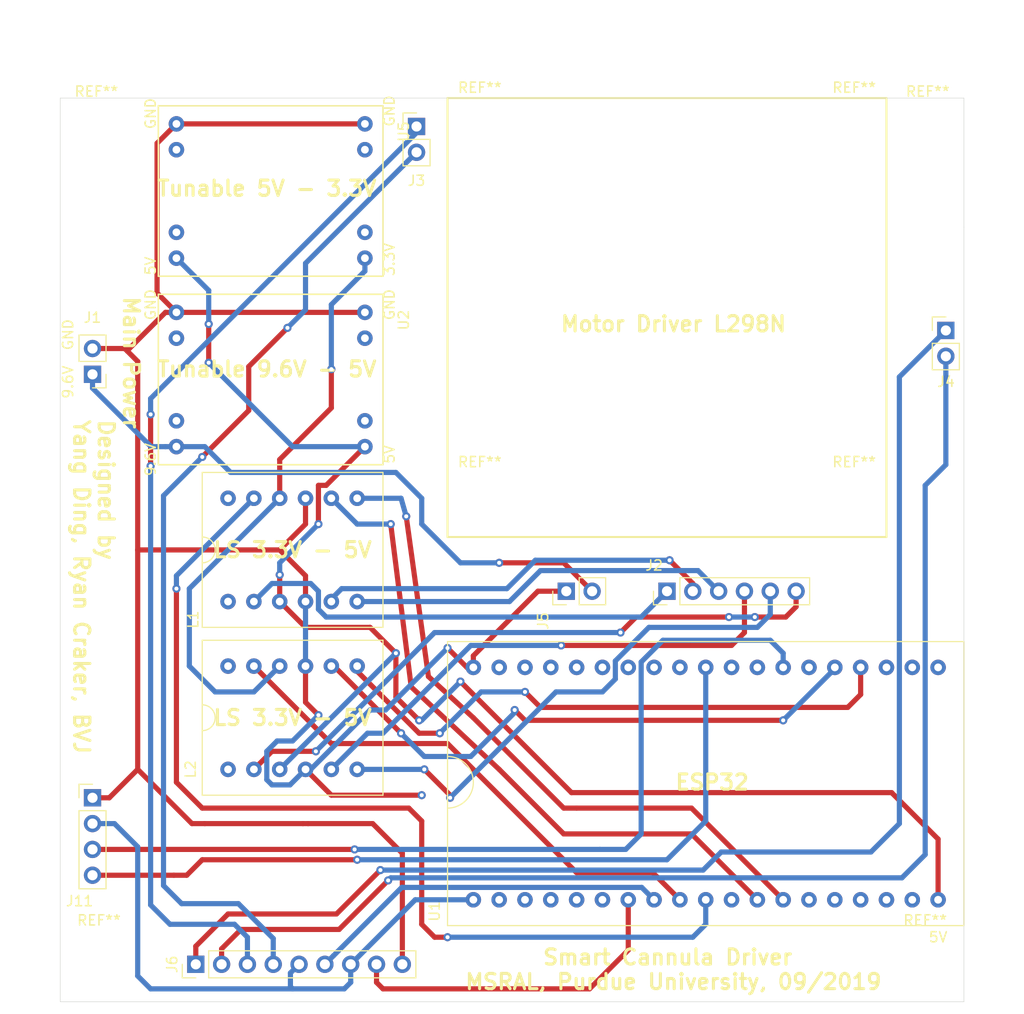
<source format=kicad_pcb>
(kicad_pcb (version 20171130) (host pcbnew "(5.1.4)-1")

  (general
    (thickness 1.6)
    (drawings 32)
    (tracks 321)
    (zones 0)
    (modules 20)
    (nets 26)
  )

  (page A4)
  (layers
    (0 F.Cu signal)
    (31 B.Cu signal)
    (32 B.Adhes user)
    (33 F.Adhes user)
    (34 B.Paste user)
    (35 F.Paste user)
    (36 B.SilkS user)
    (37 F.SilkS user)
    (38 B.Mask user)
    (39 F.Mask user)
    (40 Dwgs.User user)
    (41 Cmts.User user)
    (42 Eco1.User user)
    (43 Eco2.User user)
    (44 Edge.Cuts user)
    (45 Margin user)
    (46 B.CrtYd user)
    (47 F.CrtYd user)
    (48 B.Fab user)
    (49 F.Fab user)
  )

  (setup
    (last_trace_width 0.508)
    (user_trace_width 0.508)
    (user_trace_width 1)
    (trace_clearance 0.2)
    (zone_clearance 0.508)
    (zone_45_only no)
    (trace_min 0.2)
    (via_size 0.8)
    (via_drill 0.4)
    (via_min_size 0.4)
    (via_min_drill 0.3)
    (uvia_size 0.3)
    (uvia_drill 0.1)
    (uvias_allowed no)
    (uvia_min_size 0.2)
    (uvia_min_drill 0.1)
    (edge_width 0.05)
    (segment_width 0.2)
    (pcb_text_width 0.3)
    (pcb_text_size 1.5 1.5)
    (mod_edge_width 0.12)
    (mod_text_size 1 1)
    (mod_text_width 0.15)
    (pad_size 11 11)
    (pad_drill 6.4)
    (pad_to_mask_clearance 0.051)
    (solder_mask_min_width 0.25)
    (aux_axis_origin 0 0)
    (grid_origin 125 126)
    (visible_elements 7FFFFFFF)
    (pcbplotparams
      (layerselection 0x010fc_ffffffff)
      (usegerberextensions false)
      (usegerberattributes false)
      (usegerberadvancedattributes false)
      (creategerberjobfile false)
      (excludeedgelayer true)
      (linewidth 0.100000)
      (plotframeref false)
      (viasonmask false)
      (mode 1)
      (useauxorigin false)
      (hpglpennumber 1)
      (hpglpenspeed 20)
      (hpglpendiameter 15.000000)
      (psnegative false)
      (psa4output false)
      (plotreference true)
      (plotvalue true)
      (plotinvisibletext false)
      (padsonsilk false)
      (subtractmaskfromsilk false)
      (outputformat 1)
      (mirror false)
      (drillshape 1)
      (scaleselection 1)
      (outputdirectory ""))
  )

  (net 0 "")
  (net 1 GND)
  (net 2 Power_9.6v)
  (net 3 ENB_sys1_H)
  (net 4 DIR2_sys1_H)
  (net 5 DIR1_sys1_H)
  (net 6 ENA_sys1_H)
  (net 7 Rotation_red_sys1)
  (net 8 Rotation_black_sys1)
  (net 9 Translation_red_sys1)
  (net 10 Translation_black_sys1)
  (net 11 RP_M_sys1)
  (net 12 Vs_sys1)
  (net 13 LP_M_sys1)
  (net 14 SCL_sys1)
  (net 15 SDA_sys1)
  (net 16 Power_5v)
  (net 17 DIR2_sys1)
  (net 18 DIR1_sys1)
  (net 19 Power_3.3v)
  (net 20 ENA_sys1)
  (net 21 DIR3_sys1_H)
  (net 22 DIR4_sys1_H)
  (net 23 DIR4_sys1)
  (net 24 DIR3_sys1)
  (net 25 ENB_sys1)

  (net_class Default "This is the default net class."
    (clearance 0.2)
    (trace_width 0.25)
    (via_dia 0.8)
    (via_drill 0.4)
    (uvia_dia 0.3)
    (uvia_drill 0.1)
    (add_net DIR1_sys1)
    (add_net DIR1_sys1_H)
    (add_net DIR2_sys1)
    (add_net DIR2_sys1_H)
    (add_net DIR3_sys1)
    (add_net DIR3_sys1_H)
    (add_net DIR4_sys1)
    (add_net DIR4_sys1_H)
    (add_net ENA_sys1)
    (add_net ENA_sys1_H)
    (add_net ENB_sys1)
    (add_net ENB_sys1_H)
    (add_net GND)
    (add_net LP_M_sys1)
    (add_net Power_3.3v)
    (add_net Power_5v)
    (add_net Power_9.6v)
    (add_net RP_M_sys1)
    (add_net Rotation_black_sys1)
    (add_net Rotation_red_sys1)
    (add_net SCL_sys1)
    (add_net SDA_sys1)
    (add_net Translation_black_sys1)
    (add_net Translation_red_sys1)
    (add_net Vs_sys1)
  )

  (module Mounting_Holes:MountingHole_3.2mm_M3 (layer F.Cu) (tedit 56D1B4CB) (tstamp 5D7946A1)
    (at 114.205 77.105)
    (descr "Mounting Hole 3.2mm, no annular, M3")
    (tags "mounting hole 3.2mm no annular m3")
    (attr virtual)
    (fp_text reference REF** (at 0 -4.2) (layer F.SilkS)
      (effects (font (size 1 1) (thickness 0.15)))
    )
    (fp_text value MountingHole_3.2mm_M3 (at 0 4.2) (layer F.Fab)
      (effects (font (size 1 1) (thickness 0.15)))
    )
    (fp_text user %R (at -5.08 1.016) (layer F.Fab)
      (effects (font (size 1 1) (thickness 0.15)))
    )
    (fp_circle (center 0 0) (end 3.2 0) (layer Cmts.User) (width 0.15))
    (fp_circle (center 0 0) (end 3.45 0) (layer F.CrtYd) (width 0.05))
    (pad 1 np_thru_hole circle (at 0 0) (size 3.2 3.2) (drill 3.2) (layers *.Cu *.Mask))
  )

  (module Mounting_Holes:MountingHole_3.2mm_M3 (layer F.Cu) (tedit 56D1B4CB) (tstamp 5D794699)
    (at 77.375 77.105)
    (descr "Mounting Hole 3.2mm, no annular, M3")
    (tags "mounting hole 3.2mm no annular m3")
    (attr virtual)
    (fp_text reference REF** (at 0 -4.2) (layer F.SilkS)
      (effects (font (size 1 1) (thickness 0.15)))
    )
    (fp_text value MountingHole_3.2mm_M3 (at 0 4.2) (layer F.Fab)
      (effects (font (size 1 1) (thickness 0.15)))
    )
    (fp_text user %R (at 5.969 1.651) (layer F.Fab)
      (effects (font (size 1 1) (thickness 0.15)))
    )
    (fp_circle (center 0 0) (end 3.2 0) (layer Cmts.User) (width 0.15))
    (fp_circle (center 0 0) (end 3.45 0) (layer F.CrtYd) (width 0.05))
    (pad 1 np_thru_hole circle (at 0 0) (size 3.2 3.2) (drill 3.2) (layers *.Cu *.Mask))
  )

  (module Mounting_Holes:MountingHole_3.2mm_M3 (layer F.Cu) (tedit 56D1B4CB) (tstamp 5D79742F)
    (at 77.375 40.275)
    (descr "Mounting Hole 3.2mm, no annular, M3")
    (tags "mounting hole 3.2mm no annular m3")
    (attr virtual)
    (fp_text reference REF** (at 0 -4.2) (layer F.SilkS)
      (effects (font (size 1 1) (thickness 0.15)))
    )
    (fp_text value MountingHole_3.2mm_M3 (at 0 4.2) (layer F.Fab)
      (effects (font (size 1 1) (thickness 0.15)))
    )
    (fp_text user %R (at 5.08 -3.175) (layer F.Fab)
      (effects (font (size 1 1) (thickness 0.15)))
    )
    (fp_circle (center 0 0) (end 3.2 0) (layer Cmts.User) (width 0.15))
    (fp_circle (center 0 0) (end 3.45 0) (layer F.CrtYd) (width 0.05))
    (pad 1 np_thru_hole circle (at 0 0) (size 3.2 3.2) (drill 3.2) (layers *.Cu *.Mask))
  )

  (module Mounting_Holes:MountingHole_3.2mm_M3 (layer F.Cu) (tedit 56D1B4CB) (tstamp 5D794680)
    (at 114.205 40.275)
    (descr "Mounting Hole 3.2mm, no annular, M3")
    (tags "mounting hole 3.2mm no annular m3")
    (attr virtual)
    (fp_text reference REF** (at 0 -4.2) (layer F.SilkS)
      (effects (font (size 1 1) (thickness 0.15)))
    )
    (fp_text value MountingHole_3.2mm_M3 (at 0 4.2) (layer F.Fab)
      (effects (font (size 1 1) (thickness 0.15)))
    )
    (fp_text user %R (at -5.08 -1.651) (layer F.Fab)
      (effects (font (size 1 1) (thickness 0.15)))
    )
    (fp_circle (center 0 0) (end 3.2 0) (layer Cmts.User) (width 0.15))
    (fp_circle (center 0 0) (end 3.45 0) (layer F.CrtYd) (width 0.05))
    (pad 1 np_thru_hole circle (at 0 0) (size 3.2 3.2) (drill 3.2) (layers *.Cu *.Mask))
  )

  (module Mounting_Holes:MountingHole_3.2mm_M3 (layer F.Cu) (tedit 56D1B4CB) (tstamp 5D768063)
    (at 121.444 40.656)
    (descr "Mounting Hole 3.2mm, no annular, M3")
    (tags "mounting hole 3.2mm no annular m3")
    (attr virtual)
    (fp_text reference REF** (at 0 -4.2) (layer F.SilkS)
      (effects (font (size 1 1) (thickness 0.15)))
    )
    (fp_text value MountingHole_3.2mm_M3 (at 0 4.2) (layer F.Fab)
      (effects (font (size 1 1) (thickness 0.15)))
    )
    (fp_text user %R (at 0.3 0) (layer F.Fab)
      (effects (font (size 1 1) (thickness 0.15)))
    )
    (fp_circle (center 0 0) (end 3.2 0) (layer Cmts.User) (width 0.15))
    (fp_circle (center 0 0) (end 3.45 0) (layer F.CrtYd) (width 0.05))
    (pad 1 np_thru_hole circle (at 0 0) (size 3.2 3.2) (drill 3.2) (layers *.Cu *.Mask))
  )

  (module Mounting_Holes:MountingHole_3.2mm_M3 (layer F.Cu) (tedit 56D1B4CB) (tstamp 5D768051)
    (at 39.656 40.656)
    (descr "Mounting Hole 3.2mm, no annular, M3")
    (tags "mounting hole 3.2mm no annular m3")
    (attr virtual)
    (fp_text reference REF** (at 0 -4.2) (layer F.SilkS)
      (effects (font (size 1 1) (thickness 0.15)))
    )
    (fp_text value MountingHole_3.2mm_M3 (at 0 4.2) (layer F.Fab)
      (effects (font (size 1 1) (thickness 0.15)))
    )
    (fp_text user %R (at 0.3 0) (layer F.Fab)
      (effects (font (size 1 1) (thickness 0.15)))
    )
    (fp_circle (center 0 0) (end 3.2 0) (layer Cmts.User) (width 0.15))
    (fp_circle (center 0 0) (end 3.45 0) (layer F.CrtYd) (width 0.05))
    (pad 1 np_thru_hole circle (at 0 0) (size 3.2 3.2) (drill 3.2) (layers *.Cu *.Mask))
  )

  (module Mounting_Holes:MountingHole_3.2mm_M3 (layer F.Cu) (tedit 56D1B4CB) (tstamp 5D768045)
    (at 39.91 122.19)
    (descr "Mounting Hole 3.2mm, no annular, M3")
    (tags "mounting hole 3.2mm no annular m3")
    (attr virtual)
    (fp_text reference REF** (at 0 -4.2) (layer F.SilkS)
      (effects (font (size 1 1) (thickness 0.15)))
    )
    (fp_text value MountingHole_3.2mm_M3 (at 0 4.2) (layer F.Fab)
      (effects (font (size 1 1) (thickness 0.15)))
    )
    (fp_text user %R (at 0.3 0) (layer F.Fab)
      (effects (font (size 1 1) (thickness 0.15)))
    )
    (fp_circle (center 0 0) (end 3.2 0) (layer Cmts.User) (width 0.15))
    (fp_circle (center 0 0) (end 3.45 0) (layer F.CrtYd) (width 0.05))
    (pad 1 np_thru_hole circle (at 0 0) (size 3.2 3.2) (drill 3.2) (layers *.Cu *.Mask))
  )

  (module "Level Shift:Level Shift" (layer F.Cu) (tedit 5D430BF5) (tstamp 5D69DCCB)
    (at 75.47 89.17 90)
    (path /5D43685C)
    (fp_text reference L1 (at 0.762 -26.289 90) (layer F.SilkS)
      (effects (font (size 1 1) (thickness 0.15)))
    )
    (fp_text value LS_3v3_5v (at -1.143 -16.891) (layer F.Fab)
      (effects (font (size 1 1) (thickness 0.15)))
    )
    (fp_line (start 0 -25.4) (end 15.24 -25.4) (layer F.SilkS) (width 0.12))
    (fp_line (start 15.24 -25.4) (end 15.24 -7.62) (layer F.SilkS) (width 0.12))
    (fp_line (start 15.24 -7.62) (end 0 -7.62) (layer F.SilkS) (width 0.12))
    (fp_line (start 0 -7.62) (end 0 -25.4) (layer F.SilkS) (width 0.12))
    (pad 1 thru_hole circle (at 2.54 -22.86 90) (size 1.524 1.524) (drill 0.762) (layers *.Cu *.Mask))
    (pad 2 thru_hole circle (at 2.54 -20.32 90) (size 1.524 1.524) (drill 0.762) (layers *.Cu *.Mask)
      (net 6 ENA_sys1_H))
    (pad 3 thru_hole circle (at 2.54 -17.78 90) (size 1.524 1.524) (drill 0.762) (layers *.Cu *.Mask)
      (net 16 Power_5v))
    (pad 4 thru_hole circle (at 2.54 -15.24 90) (size 1.524 1.524) (drill 0.762) (layers *.Cu *.Mask)
      (net 1 GND))
    (pad 5 thru_hole circle (at 2.54 -12.7 90) (size 1.524 1.524) (drill 0.762) (layers *.Cu *.Mask)
      (net 5 DIR1_sys1_H))
    (pad 6 thru_hole circle (at 2.54 -10.16 90) (size 1.524 1.524) (drill 0.762) (layers *.Cu *.Mask)
      (net 4 DIR2_sys1_H))
    (pad 7 thru_hole circle (at 12.7 -10.16 90) (size 1.524 1.524) (drill 0.762) (layers *.Cu *.Mask)
      (net 17 DIR2_sys1))
    (pad 8 thru_hole circle (at 12.7 -12.7 90) (size 1.524 1.524) (drill 0.762) (layers *.Cu *.Mask)
      (net 18 DIR1_sys1))
    (pad 9 thru_hole circle (at 12.7 -15.24 90) (size 1.524 1.524) (drill 0.762) (layers *.Cu *.Mask)
      (net 1 GND))
    (pad 10 thru_hole circle (at 12.7 -17.78 90) (size 1.524 1.524) (drill 0.762) (layers *.Cu *.Mask)
      (net 19 Power_3.3v))
    (pad 11 thru_hole circle (at 12.7 -20.32 90) (size 1.524 1.524) (drill 0.762) (layers *.Cu *.Mask)
      (net 20 ENA_sys1))
    (pad 12 thru_hole circle (at 12.7 -22.86 90) (size 1.524 1.524) (drill 0.762) (layers *.Cu *.Mask))
  )

  (module Connector_PinHeader_2.54mm:PinHeader_1x02_P2.54mm_Vertical (layer F.Cu) (tedit 59FED5CC) (tstamp 5D43B14F)
    (at 71.152 39.894)
    (descr "Through hole straight pin header, 1x02, 2.54mm pitch, single row")
    (tags "Through hole pin header THT 1x02 2.54mm single row")
    (path /5D449639)
    (fp_text reference J3 (at 0 5.334) (layer F.SilkS)
      (effects (font (size 1 1) (thickness 0.15)))
    )
    (fp_text value Rotation_Motor_sys1 (at -3.159 4.318 270) (layer F.Fab)
      (effects (font (size 1 1) (thickness 0.15)))
    )
    (fp_text user %R (at 0 1.27 270) (layer F.Fab)
      (effects (font (size 1 1) (thickness 0.15)))
    )
    (fp_line (start 1.8 -1.8) (end -1.8 -1.8) (layer F.CrtYd) (width 0.05))
    (fp_line (start 1.8 4.35) (end 1.8 -1.8) (layer F.CrtYd) (width 0.05))
    (fp_line (start -1.8 4.35) (end 1.8 4.35) (layer F.CrtYd) (width 0.05))
    (fp_line (start -1.8 -1.8) (end -1.8 4.35) (layer F.CrtYd) (width 0.05))
    (fp_line (start -1.33 -1.33) (end 0 -1.33) (layer F.SilkS) (width 0.12))
    (fp_line (start -1.33 0) (end -1.33 -1.33) (layer F.SilkS) (width 0.12))
    (fp_line (start -1.33 1.27) (end 1.33 1.27) (layer F.SilkS) (width 0.12))
    (fp_line (start 1.33 1.27) (end 1.33 3.87) (layer F.SilkS) (width 0.12))
    (fp_line (start -1.33 1.27) (end -1.33 3.87) (layer F.SilkS) (width 0.12))
    (fp_line (start -1.33 3.87) (end 1.33 3.87) (layer F.SilkS) (width 0.12))
    (fp_line (start -1.27 -0.635) (end -0.635 -1.27) (layer F.Fab) (width 0.1))
    (fp_line (start -1.27 3.81) (end -1.27 -0.635) (layer F.Fab) (width 0.1))
    (fp_line (start 1.27 3.81) (end -1.27 3.81) (layer F.Fab) (width 0.1))
    (fp_line (start 1.27 -1.27) (end 1.27 3.81) (layer F.Fab) (width 0.1))
    (fp_line (start -0.635 -1.27) (end 1.27 -1.27) (layer F.Fab) (width 0.1))
    (pad 2 thru_hole oval (at 0 2.54) (size 1.7 1.7) (drill 1) (layers *.Cu *.Mask)
      (net 7 Rotation_red_sys1))
    (pad 1 thru_hole rect (at 0 0) (size 1.7 1.7) (drill 1) (layers *.Cu *.Mask)
      (net 8 Rotation_black_sys1))
    (model ${KISYS3DMOD}/Connector_PinHeader_2.54mm.3dshapes/PinHeader_1x02_P2.54mm_Vertical.wrl
      (at (xyz 0 0 0))
      (scale (xyz 1 1 1))
      (rotate (xyz 0 0 0))
    )
  )

  (module Connector_PinHeader_2.54mm:PinHeader_1x02_P2.54mm_Vertical (layer F.Cu) (tedit 59FED5CC) (tstamp 5D72C0FA)
    (at 123.222 59.96)
    (descr "Through hole straight pin header, 1x02, 2.54mm pitch, single row")
    (tags "Through hole pin header THT 1x02 2.54mm single row")
    (path /5D4AE836)
    (fp_text reference J4 (at 0.016 5.048) (layer F.SilkS)
      (effects (font (size 1 1) (thickness 0.15)))
    )
    (fp_text value Translation_Motor_sys1 (at -3.032 -2.826 90) (layer F.Fab)
      (effects (font (size 1 1) (thickness 0.15)))
    )
    (fp_text user %R (at 0 1.27 270) (layer F.Fab)
      (effects (font (size 1 1) (thickness 0.15)))
    )
    (fp_line (start 1.8 -1.8) (end -1.8 -1.8) (layer F.CrtYd) (width 0.05))
    (fp_line (start 1.8 4.35) (end 1.8 -1.8) (layer F.CrtYd) (width 0.05))
    (fp_line (start -1.8 4.35) (end 1.8 4.35) (layer F.CrtYd) (width 0.05))
    (fp_line (start -1.8 -1.8) (end -1.8 4.35) (layer F.CrtYd) (width 0.05))
    (fp_line (start -1.33 -1.33) (end 0 -1.33) (layer F.SilkS) (width 0.12))
    (fp_line (start -1.33 0) (end -1.33 -1.33) (layer F.SilkS) (width 0.12))
    (fp_line (start -1.33 1.27) (end 1.33 1.27) (layer F.SilkS) (width 0.12))
    (fp_line (start 1.33 1.27) (end 1.33 3.87) (layer F.SilkS) (width 0.12))
    (fp_line (start -1.33 1.27) (end -1.33 3.87) (layer F.SilkS) (width 0.12))
    (fp_line (start -1.33 3.87) (end 1.33 3.87) (layer F.SilkS) (width 0.12))
    (fp_line (start -1.27 -0.635) (end -0.635 -1.27) (layer F.Fab) (width 0.1))
    (fp_line (start -1.27 3.81) (end -1.27 -0.635) (layer F.Fab) (width 0.1))
    (fp_line (start 1.27 3.81) (end -1.27 3.81) (layer F.Fab) (width 0.1))
    (fp_line (start 1.27 -1.27) (end 1.27 3.81) (layer F.Fab) (width 0.1))
    (fp_line (start -0.635 -1.27) (end 1.27 -1.27) (layer F.Fab) (width 0.1))
    (pad 2 thru_hole oval (at 0 2.54) (size 1.7 1.7) (drill 1) (layers *.Cu *.Mask)
      (net 9 Translation_red_sys1))
    (pad 1 thru_hole rect (at 0 0) (size 1.7 1.7) (drill 1) (layers *.Cu *.Mask)
      (net 10 Translation_black_sys1))
    (model ${KISYS3DMOD}/Connector_PinHeader_2.54mm.3dshapes/PinHeader_1x02_P2.54mm_Vertical.wrl
      (at (xyz 0 0 0))
      (scale (xyz 1 1 1))
      (rotate (xyz 0 0 0))
    )
  )

  (module Connector_PinHeader_2.54mm:PinHeader_1x02_P2.54mm_Vertical (layer F.Cu) (tedit 59FED5CC) (tstamp 5D72AD3F)
    (at 39.275 64.278 180)
    (descr "Through hole straight pin header, 1x02, 2.54mm pitch, single row")
    (tags "Through hole pin header THT 1x02 2.54mm single row")
    (path /5D43E4D5)
    (fp_text reference J1 (at 0 5.588) (layer F.SilkS)
      (effects (font (size 1 1) (thickness 0.15)))
    )
    (fp_text value Main_Power (at 0 -3.302) (layer F.Fab)
      (effects (font (size 1 1) (thickness 0.15)))
    )
    (fp_line (start -0.635 -1.27) (end 1.27 -1.27) (layer F.Fab) (width 0.1))
    (fp_line (start 1.27 -1.27) (end 1.27 3.81) (layer F.Fab) (width 0.1))
    (fp_line (start 1.27 3.81) (end -1.27 3.81) (layer F.Fab) (width 0.1))
    (fp_line (start -1.27 3.81) (end -1.27 -0.635) (layer F.Fab) (width 0.1))
    (fp_line (start -1.27 -0.635) (end -0.635 -1.27) (layer F.Fab) (width 0.1))
    (fp_line (start -1.33 3.87) (end 1.33 3.87) (layer F.SilkS) (width 0.12))
    (fp_line (start -1.33 1.27) (end -1.33 3.87) (layer F.SilkS) (width 0.12))
    (fp_line (start 1.33 1.27) (end 1.33 3.87) (layer F.SilkS) (width 0.12))
    (fp_line (start -1.33 1.27) (end 1.33 1.27) (layer F.SilkS) (width 0.12))
    (fp_line (start -1.33 0) (end -1.33 -1.33) (layer F.SilkS) (width 0.12))
    (fp_line (start -1.33 -1.33) (end 0 -1.33) (layer F.SilkS) (width 0.12))
    (fp_line (start -1.8 -1.8) (end -1.8 4.35) (layer F.CrtYd) (width 0.05))
    (fp_line (start -1.8 4.35) (end 1.8 4.35) (layer F.CrtYd) (width 0.05))
    (fp_line (start 1.8 4.35) (end 1.8 -1.8) (layer F.CrtYd) (width 0.05))
    (fp_line (start 1.8 -1.8) (end -1.8 -1.8) (layer F.CrtYd) (width 0.05))
    (fp_text user %R (at 2.54 1.27 90) (layer F.Fab)
      (effects (font (size 1 1) (thickness 0.15)))
    )
    (pad 1 thru_hole rect (at 0 0 180) (size 1.7 1.7) (drill 1) (layers *.Cu *.Mask)
      (net 2 Power_9.6v))
    (pad 2 thru_hole oval (at 0 2.54 180) (size 1.7 1.7) (drill 1) (layers *.Cu *.Mask)
      (net 1 GND))
    (model ${KISYS3DMOD}/Connector_PinHeader_2.54mm.3dshapes/PinHeader_1x02_P2.54mm_Vertical.wrl
      (at (xyz 0 0 0))
      (scale (xyz 1 1 1))
      (rotate (xyz 0 0 0))
    )
  )

  (module Connector_PinHeader_2.54mm:PinHeader_1x02_P2.54mm_Vertical (layer F.Cu) (tedit 59FED5CC) (tstamp 5D69E886)
    (at 85.884 85.614 90)
    (descr "Through hole straight pin header, 1x02, 2.54mm pitch, single row")
    (tags "Through hole pin header THT 1x02 2.54mm single row")
    (path /5D4B6253)
    (fp_text reference J5 (at -2.921 -2.286 90) (layer F.SilkS)
      (effects (font (size 1 1) (thickness 0.15)))
    )
    (fp_text value HB_power_sys1 (at 0 -3.683 90) (layer F.Fab)
      (effects (font (size 1 1) (thickness 0.15)))
    )
    (fp_text user %R (at 0 1.27 180) (layer F.Fab)
      (effects (font (size 1 1) (thickness 0.15)))
    )
    (fp_line (start 1.8 -1.8) (end -1.8 -1.8) (layer F.CrtYd) (width 0.05))
    (fp_line (start 1.8 4.35) (end 1.8 -1.8) (layer F.CrtYd) (width 0.05))
    (fp_line (start -1.8 4.35) (end 1.8 4.35) (layer F.CrtYd) (width 0.05))
    (fp_line (start -1.8 -1.8) (end -1.8 4.35) (layer F.CrtYd) (width 0.05))
    (fp_line (start -1.33 -1.33) (end 0 -1.33) (layer F.SilkS) (width 0.12))
    (fp_line (start -1.33 0) (end -1.33 -1.33) (layer F.SilkS) (width 0.12))
    (fp_line (start -1.33 1.27) (end 1.33 1.27) (layer F.SilkS) (width 0.12))
    (fp_line (start 1.33 1.27) (end 1.33 3.87) (layer F.SilkS) (width 0.12))
    (fp_line (start -1.33 1.27) (end -1.33 3.87) (layer F.SilkS) (width 0.12))
    (fp_line (start -1.33 3.87) (end 1.33 3.87) (layer F.SilkS) (width 0.12))
    (fp_line (start -1.27 -0.635) (end -0.635 -1.27) (layer F.Fab) (width 0.1))
    (fp_line (start -1.27 3.81) (end -1.27 -0.635) (layer F.Fab) (width 0.1))
    (fp_line (start 1.27 3.81) (end -1.27 3.81) (layer F.Fab) (width 0.1))
    (fp_line (start 1.27 -1.27) (end 1.27 3.81) (layer F.Fab) (width 0.1))
    (fp_line (start -0.635 -1.27) (end 1.27 -1.27) (layer F.Fab) (width 0.1))
    (pad 2 thru_hole oval (at 0 2.54 90) (size 1.7 1.7) (drill 1) (layers *.Cu *.Mask)
      (net 2 Power_9.6v))
    (pad 1 thru_hole rect (at 0 0 90) (size 1.7 1.7) (drill 1) (layers *.Cu *.Mask)
      (net 1 GND))
    (model ${KISYS3DMOD}/Connector_PinHeader_2.54mm.3dshapes/PinHeader_1x02_P2.54mm_Vertical.wrl
      (at (xyz 0 0 0))
      (scale (xyz 1 1 1))
      (rotate (xyz 0 0 0))
    )
  )

  (module Connector_PinHeader_2.54mm:PinHeader_1x06_P2.54mm_Vertical (layer F.Cu) (tedit 59FED5CC) (tstamp 5D72C3A9)
    (at 95.79 85.614 90)
    (descr "Through hole straight pin header, 1x06, 2.54mm pitch, single row")
    (tags "Through hole pin header THT 1x06 2.54mm single row")
    (path /5D446C1A)
    (fp_text reference J2 (at 2.54 -1.27 180) (layer F.SilkS)
      (effects (font (size 1 1) (thickness 0.15)))
    )
    (fp_text value HB_logic_sys1 (at 2.54 6.89 180) (layer F.Fab)
      (effects (font (size 1 1) (thickness 0.15)))
    )
    (fp_text user %R (at 0 6.35) (layer F.Fab)
      (effects (font (size 1 1) (thickness 0.15)))
    )
    (fp_line (start 1.8 -1.8) (end -1.8 -1.8) (layer F.CrtYd) (width 0.05))
    (fp_line (start 1.8 14.5) (end 1.8 -1.8) (layer F.CrtYd) (width 0.05))
    (fp_line (start -1.8 14.5) (end 1.8 14.5) (layer F.CrtYd) (width 0.05))
    (fp_line (start -1.8 -1.8) (end -1.8 14.5) (layer F.CrtYd) (width 0.05))
    (fp_line (start -1.33 -1.33) (end 0 -1.33) (layer F.SilkS) (width 0.12))
    (fp_line (start -1.33 0) (end -1.33 -1.33) (layer F.SilkS) (width 0.12))
    (fp_line (start -1.33 1.27) (end 1.33 1.27) (layer F.SilkS) (width 0.12))
    (fp_line (start 1.33 1.27) (end 1.33 14.03) (layer F.SilkS) (width 0.12))
    (fp_line (start -1.33 1.27) (end -1.33 14.03) (layer F.SilkS) (width 0.12))
    (fp_line (start -1.33 14.03) (end 1.33 14.03) (layer F.SilkS) (width 0.12))
    (fp_line (start -1.27 -0.635) (end -0.635 -1.27) (layer F.Fab) (width 0.1))
    (fp_line (start -1.27 13.97) (end -1.27 -0.635) (layer F.Fab) (width 0.1))
    (fp_line (start 1.27 13.97) (end -1.27 13.97) (layer F.Fab) (width 0.1))
    (fp_line (start 1.27 -1.27) (end 1.27 13.97) (layer F.Fab) (width 0.1))
    (fp_line (start -0.635 -1.27) (end 1.27 -1.27) (layer F.Fab) (width 0.1))
    (pad 6 thru_hole oval (at 0 12.7 90) (size 1.7 1.7) (drill 1) (layers *.Cu *.Mask)
      (net 3 ENB_sys1_H))
    (pad 5 thru_hole oval (at 0 10.16 90) (size 1.7 1.7) (drill 1) (layers *.Cu *.Mask)
      (net 22 DIR4_sys1_H))
    (pad 4 thru_hole oval (at 0 7.62 90) (size 1.7 1.7) (drill 1) (layers *.Cu *.Mask)
      (net 21 DIR3_sys1_H))
    (pad 3 thru_hole oval (at 0 5.08 90) (size 1.7 1.7) (drill 1) (layers *.Cu *.Mask)
      (net 4 DIR2_sys1_H))
    (pad 2 thru_hole oval (at 0 2.54 90) (size 1.7 1.7) (drill 1) (layers *.Cu *.Mask)
      (net 5 DIR1_sys1_H))
    (pad 1 thru_hole rect (at 0 0 90) (size 1.7 1.7) (drill 1) (layers *.Cu *.Mask)
      (net 6 ENA_sys1_H))
    (model ${KISYS3DMOD}/Connector_PinHeader_2.54mm.3dshapes/PinHeader_1x06_P2.54mm_Vertical.wrl
      (at (xyz 0 0 0))
      (scale (xyz 1 1 1))
      (rotate (xyz 0 0 0))
    )
  )

  (module ESP32:ESP32 (layer F.Cu) (tedit 5D41FA72) (tstamp 5D72B91C)
    (at 122.46 115.967 90)
    (path /5D426FCE)
    (fp_text reference U1 (at -1.143 -49.53 90) (layer F.SilkS)
      (effects (font (size 1 1) (thickness 0.15)))
    )
    (fp_text value esp32_sys1 (at 12.319 -49.53 90) (layer F.Fab)
      (effects (font (size 1 1) (thickness 0.15)))
    )
    (fp_line (start -2.54 -48.26) (end -2.54 2.54) (layer F.SilkS) (width 0.12))
    (fp_line (start -2.54 2.54) (end 25.4 2.54) (layer F.SilkS) (width 0.12))
    (fp_line (start 25.4 2.54) (end 25.4 -48.26) (layer F.SilkS) (width 0.12))
    (fp_line (start 25.4 -48.26) (end -2.54 -48.26) (layer F.SilkS) (width 0.12))
    (pad 1 thru_hole circle (at 0 -45.72 90) (size 1.524 1.524) (drill 0.762) (layers *.Cu *.Mask)
      (net 12 Vs_sys1))
    (pad 2 thru_hole circle (at 0 -43.18 90) (size 1.524 1.524) (drill 0.762) (layers *.Cu *.Mask))
    (pad 3 thru_hole circle (at 0 -40.64 90) (size 1.524 1.524) (drill 0.762) (layers *.Cu *.Mask))
    (pad 4 thru_hole circle (at 0 -38.1 90) (size 1.524 1.524) (drill 0.762) (layers *.Cu *.Mask))
    (pad 5 thru_hole circle (at 0 -35.56 90) (size 1.524 1.524) (drill 0.762) (layers *.Cu *.Mask))
    (pad 6 thru_hole circle (at 0 -33.02 90) (size 1.524 1.524) (drill 0.762) (layers *.Cu *.Mask))
    (pad 7 thru_hole circle (at 0 -30.48 90) (size 1.524 1.524) (drill 0.762) (layers *.Cu *.Mask)
      (net 11 RP_M_sys1))
    (pad 8 thru_hole circle (at 0 -27.94 90) (size 1.524 1.524) (drill 0.762) (layers *.Cu *.Mask)
      (net 13 LP_M_sys1))
    (pad 9 thru_hole circle (at 0 -25.4 90) (size 1.524 1.524) (drill 0.762) (layers *.Cu *.Mask)
      (net 25 ENB_sys1))
    (pad 10 thru_hole circle (at 0 -22.86 90) (size 1.524 1.524) (drill 0.762) (layers *.Cu *.Mask)
      (net 20 ENA_sys1))
    (pad 11 thru_hole circle (at 0 -20.32 90) (size 1.524 1.524) (drill 0.762) (layers *.Cu *.Mask))
    (pad 12 thru_hole circle (at 0 -17.78 90) (size 1.524 1.524) (drill 0.762) (layers *.Cu *.Mask)
      (net 18 DIR1_sys1))
    (pad 13 thru_hole circle (at 0 -15.24 90) (size 1.524 1.524) (drill 0.762) (layers *.Cu *.Mask)
      (net 17 DIR2_sys1))
    (pad 14 thru_hole circle (at 0 -12.7 90) (size 1.524 1.524) (drill 0.762) (layers *.Cu *.Mask))
    (pad 15 thru_hole circle (at 0 -10.16 90) (size 1.524 1.524) (drill 0.762) (layers *.Cu *.Mask))
    (pad 16 thru_hole circle (at 0 -7.62 90) (size 1.524 1.524) (drill 0.762) (layers *.Cu *.Mask))
    (pad 17 thru_hole circle (at 0 -5.08 90) (size 1.524 1.524) (drill 0.762) (layers *.Cu *.Mask))
    (pad 18 thru_hole circle (at 0 -2.54 90) (size 1.524 1.524) (drill 0.762) (layers *.Cu *.Mask))
    (pad 19 thru_hole circle (at 0 0 90) (size 1.524 1.524) (drill 0.762) (layers *.Cu *.Mask)
      (net 16 Power_5v))
    (pad 20 thru_hole circle (at 22.86 0 90) (size 1.524 1.524) (drill 0.762) (layers *.Cu *.Mask))
    (pad 21 thru_hole circle (at 22.86 -2.54 90) (size 1.524 1.524) (drill 0.762) (layers *.Cu *.Mask))
    (pad 22 thru_hole circle (at 22.86 -5.08 90) (size 1.524 1.524) (drill 0.762) (layers *.Cu *.Mask))
    (pad 23 thru_hole circle (at 22.86 -7.62 90) (size 1.524 1.524) (drill 0.762) (layers *.Cu *.Mask)
      (net 23 DIR4_sys1))
    (pad 24 thru_hole circle (at 22.86 -10.16 90) (size 1.524 1.524) (drill 0.762) (layers *.Cu *.Mask)
      (net 24 DIR3_sys1))
    (pad 25 thru_hole circle (at 22.86 -12.7 90) (size 1.524 1.524) (drill 0.762) (layers *.Cu *.Mask))
    (pad 26 thru_hole circle (at 22.86 -15.24 90) (size 1.524 1.524) (drill 0.762) (layers *.Cu *.Mask)
      (net 15 SDA_sys1))
    (pad 27 thru_hole circle (at 22.86 -17.78 90) (size 1.524 1.524) (drill 0.762) (layers *.Cu *.Mask))
    (pad 28 thru_hole circle (at 22.86 -20.32 90) (size 1.524 1.524) (drill 0.762) (layers *.Cu *.Mask))
    (pad 29 thru_hole circle (at 22.86 -22.86 90) (size 1.524 1.524) (drill 0.762) (layers *.Cu *.Mask)
      (net 14 SCL_sys1))
    (pad 30 thru_hole circle (at 22.86 -25.4 90) (size 1.524 1.524) (drill 0.762) (layers *.Cu *.Mask))
    (pad 31 thru_hole circle (at 22.86 -27.94 90) (size 1.524 1.524) (drill 0.762) (layers *.Cu *.Mask))
    (pad 32 thru_hole circle (at 22.86 -30.48 90) (size 1.524 1.524) (drill 0.762) (layers *.Cu *.Mask))
    (pad 33 thru_hole circle (at 22.86 -33.02 90) (size 1.524 1.524) (drill 0.762) (layers *.Cu *.Mask))
    (pad 34 thru_hole circle (at 22.86 -35.56 90) (size 1.524 1.524) (drill 0.762) (layers *.Cu *.Mask))
    (pad 35 thru_hole circle (at 22.86 -38.1 90) (size 1.524 1.524) (drill 0.762) (layers *.Cu *.Mask))
    (pad 36 thru_hole circle (at 22.86 -40.64 90) (size 1.524 1.524) (drill 0.762) (layers *.Cu *.Mask))
    (pad 37 thru_hole circle (at 22.86 -43.18 90) (size 1.524 1.524) (drill 0.762) (layers *.Cu *.Mask))
    (pad 38 thru_hole circle (at 22.86 -45.72 90) (size 1.524 1.524) (drill 0.762) (layers *.Cu *.Mask)
      (net 1 GND))
  )

  (module "Level Shift:Level Shift" (layer F.Cu) (tedit 5D430BF5) (tstamp 5D72BA5D)
    (at 75.47 105.68 90)
    (path /5D437234)
    (fp_text reference L2 (at 2.54 -26.543 90) (layer F.SilkS)
      (effects (font (size 1 1) (thickness 0.15)))
    )
    (fp_text value LS_3v3_5v (at -0.762 -17.018) (layer F.Fab)
      (effects (font (size 1 1) (thickness 0.15)))
    )
    (fp_line (start 0 -25.4) (end 15.24 -25.4) (layer F.SilkS) (width 0.12))
    (fp_line (start 15.24 -25.4) (end 15.24 -7.62) (layer F.SilkS) (width 0.12))
    (fp_line (start 15.24 -7.62) (end 0 -7.62) (layer F.SilkS) (width 0.12))
    (fp_line (start 0 -7.62) (end 0 -25.4) (layer F.SilkS) (width 0.12))
    (pad 1 thru_hole circle (at 2.54 -22.86 90) (size 1.524 1.524) (drill 0.762) (layers *.Cu *.Mask))
    (pad 2 thru_hole circle (at 2.54 -20.32 90) (size 1.524 1.524) (drill 0.762) (layers *.Cu *.Mask)
      (net 3 ENB_sys1_H))
    (pad 3 thru_hole circle (at 2.54 -17.78 90) (size 1.524 1.524) (drill 0.762) (layers *.Cu *.Mask)
      (net 16 Power_5v))
    (pad 4 thru_hole circle (at 2.54 -15.24 90) (size 1.524 1.524) (drill 0.762) (layers *.Cu *.Mask)
      (net 1 GND))
    (pad 5 thru_hole circle (at 2.54 -12.7 90) (size 1.524 1.524) (drill 0.762) (layers *.Cu *.Mask)
      (net 21 DIR3_sys1_H))
    (pad 6 thru_hole circle (at 2.54 -10.16 90) (size 1.524 1.524) (drill 0.762) (layers *.Cu *.Mask)
      (net 22 DIR4_sys1_H))
    (pad 7 thru_hole circle (at 12.7 -10.16 90) (size 1.524 1.524) (drill 0.762) (layers *.Cu *.Mask)
      (net 23 DIR4_sys1))
    (pad 8 thru_hole circle (at 12.7 -12.7 90) (size 1.524 1.524) (drill 0.762) (layers *.Cu *.Mask)
      (net 24 DIR3_sys1))
    (pad 9 thru_hole circle (at 12.7 -15.24 90) (size 1.524 1.524) (drill 0.762) (layers *.Cu *.Mask)
      (net 1 GND))
    (pad 10 thru_hole circle (at 12.7 -17.78 90) (size 1.524 1.524) (drill 0.762) (layers *.Cu *.Mask)
      (net 19 Power_3.3v))
    (pad 11 thru_hole circle (at 12.7 -20.32 90) (size 1.524 1.524) (drill 0.762) (layers *.Cu *.Mask)
      (net 25 ENB_sys1))
    (pad 12 thru_hole circle (at 12.7 -22.86 90) (size 1.524 1.524) (drill 0.762) (layers *.Cu *.Mask))
  )

  (module Connector_PinHeader_2.54mm:PinHeader_1x04_P2.54mm_Vertical (layer F.Cu) (tedit 59FED5CC) (tstamp 5D72AEBB)
    (at 39.275 105.934)
    (descr "Through hole straight pin header, 1x04, 2.54mm pitch, single row")
    (tags "Through hole pin header THT 1x04 2.54mm single row")
    (path /5D4CEAC9)
    (fp_text reference J11 (at -1.27 10.16) (layer F.SilkS)
      (effects (font (size 1 1) (thickness 0.15)))
    )
    (fp_text value I2C_sys1 (at 0.254 -2.667) (layer F.Fab)
      (effects (font (size 1 1) (thickness 0.15)))
    )
    (fp_text user %R (at 0 3.81 90) (layer F.Fab)
      (effects (font (size 1 1) (thickness 0.15)))
    )
    (fp_line (start 1.8 -1.8) (end -1.8 -1.8) (layer F.CrtYd) (width 0.05))
    (fp_line (start 1.8 9.4) (end 1.8 -1.8) (layer F.CrtYd) (width 0.05))
    (fp_line (start -1.8 9.4) (end 1.8 9.4) (layer F.CrtYd) (width 0.05))
    (fp_line (start -1.8 -1.8) (end -1.8 9.4) (layer F.CrtYd) (width 0.05))
    (fp_line (start -1.33 -1.33) (end 0 -1.33) (layer F.SilkS) (width 0.12))
    (fp_line (start -1.33 0) (end -1.33 -1.33) (layer F.SilkS) (width 0.12))
    (fp_line (start -1.33 1.27) (end 1.33 1.27) (layer F.SilkS) (width 0.12))
    (fp_line (start 1.33 1.27) (end 1.33 8.95) (layer F.SilkS) (width 0.12))
    (fp_line (start -1.33 1.27) (end -1.33 8.95) (layer F.SilkS) (width 0.12))
    (fp_line (start -1.33 8.95) (end 1.33 8.95) (layer F.SilkS) (width 0.12))
    (fp_line (start -1.27 -0.635) (end -0.635 -1.27) (layer F.Fab) (width 0.1))
    (fp_line (start -1.27 8.89) (end -1.27 -0.635) (layer F.Fab) (width 0.1))
    (fp_line (start 1.27 8.89) (end -1.27 8.89) (layer F.Fab) (width 0.1))
    (fp_line (start 1.27 -1.27) (end 1.27 8.89) (layer F.Fab) (width 0.1))
    (fp_line (start -0.635 -1.27) (end 1.27 -1.27) (layer F.Fab) (width 0.1))
    (pad 4 thru_hole oval (at 0 7.62) (size 1.7 1.7) (drill 1) (layers *.Cu *.Mask)
      (net 14 SCL_sys1))
    (pad 3 thru_hole oval (at 0 5.08) (size 1.7 1.7) (drill 1) (layers *.Cu *.Mask)
      (net 15 SDA_sys1))
    (pad 2 thru_hole oval (at 0 2.54) (size 1.7 1.7) (drill 1) (layers *.Cu *.Mask)
      (net 12 Vs_sys1))
    (pad 1 thru_hole rect (at 0 0) (size 1.7 1.7) (drill 1) (layers *.Cu *.Mask)
      (net 1 GND))
    (model ${KISYS3DMOD}/Connector_PinHeader_2.54mm.3dshapes/PinHeader_1x04_P2.54mm_Vertical.wrl
      (at (xyz 0 0 0))
      (scale (xyz 1 1 1))
      (rotate (xyz 0 0 0))
    )
  )

  (module Connector_PinHeader_2.54mm:PinHeader_1x09_P2.54mm_Vertical (layer F.Cu) (tedit 59FED5CC) (tstamp 5D43B39C)
    (at 49.435 122.317 90)
    (descr "Through hole straight pin header, 1x09, 2.54mm pitch, single row")
    (tags "Through hole pin header THT 1x09 2.54mm single row")
    (path /5D4CB79F)
    (fp_text reference J6 (at 0 -2.33 90) (layer F.SilkS)
      (effects (font (size 1 1) (thickness 0.15)))
    )
    (fp_text value Motor_Sensor_sys1 (at 2.54 10.16 180) (layer F.Fab)
      (effects (font (size 1 1) (thickness 0.15)))
    )
    (fp_text user %R (at 0 10.16) (layer F.Fab)
      (effects (font (size 1 1) (thickness 0.15)))
    )
    (fp_line (start 1.8 -1.8) (end -1.8 -1.8) (layer F.CrtYd) (width 0.05))
    (fp_line (start 1.8 22.1) (end 1.8 -1.8) (layer F.CrtYd) (width 0.05))
    (fp_line (start -1.8 22.1) (end 1.8 22.1) (layer F.CrtYd) (width 0.05))
    (fp_line (start -1.8 -1.8) (end -1.8 22.1) (layer F.CrtYd) (width 0.05))
    (fp_line (start -1.33 -1.33) (end 0 -1.33) (layer F.SilkS) (width 0.12))
    (fp_line (start -1.33 0) (end -1.33 -1.33) (layer F.SilkS) (width 0.12))
    (fp_line (start -1.33 1.27) (end 1.33 1.27) (layer F.SilkS) (width 0.12))
    (fp_line (start 1.33 1.27) (end 1.33 21.65) (layer F.SilkS) (width 0.12))
    (fp_line (start -1.33 1.27) (end -1.33 21.65) (layer F.SilkS) (width 0.12))
    (fp_line (start -1.33 21.65) (end 1.33 21.65) (layer F.SilkS) (width 0.12))
    (fp_line (start -1.27 -0.635) (end -0.635 -1.27) (layer F.Fab) (width 0.1))
    (fp_line (start -1.27 21.59) (end -1.27 -0.635) (layer F.Fab) (width 0.1))
    (fp_line (start 1.27 21.59) (end -1.27 21.59) (layer F.Fab) (width 0.1))
    (fp_line (start 1.27 -1.27) (end 1.27 21.59) (layer F.Fab) (width 0.1))
    (fp_line (start -0.635 -1.27) (end 1.27 -1.27) (layer F.Fab) (width 0.1))
    (pad 9 thru_hole oval (at 0 20.32 90) (size 1.7 1.7) (drill 1) (layers *.Cu *.Mask)
      (net 1 GND))
    (pad 8 thru_hole oval (at 0 17.78 90) (size 1.7 1.7) (drill 1) (layers *.Cu *.Mask)
      (net 11 RP_M_sys1))
    (pad 7 thru_hole oval (at 0 15.24 90) (size 1.7 1.7) (drill 1) (layers *.Cu *.Mask)
      (net 12 Vs_sys1))
    (pad 6 thru_hole oval (at 0 12.7 90) (size 1.7 1.7) (drill 1) (layers *.Cu *.Mask)
      (net 13 LP_M_sys1))
    (pad 5 thru_hole oval (at 0 10.16 90) (size 1.7 1.7) (drill 1) (layers *.Cu *.Mask)
      (net 12 Vs_sys1))
    (pad 4 thru_hole oval (at 0 7.62 90) (size 1.7 1.7) (drill 1) (layers *.Cu *.Mask)
      (net 7 Rotation_red_sys1))
    (pad 3 thru_hole oval (at 0 5.08 90) (size 1.7 1.7) (drill 1) (layers *.Cu *.Mask)
      (net 8 Rotation_black_sys1))
    (pad 2 thru_hole oval (at 0 2.54 90) (size 1.7 1.7) (drill 1) (layers *.Cu *.Mask)
      (net 9 Translation_red_sys1))
    (pad 1 thru_hole rect (at 0 0 90) (size 1.7 1.7) (drill 1) (layers *.Cu *.Mask)
      (net 10 Translation_black_sys1))
    (model ${KISYS3DMOD}/Connector_PinHeader_2.54mm.3dshapes/PinHeader_1x09_P2.54mm_Vertical.wrl
      (at (xyz 0 0 0))
      (scale (xyz 1 1 1))
      (rotate (xyz 0 0 0))
    )
  )

  (module Mounting_Holes:MountingHole_3.2mm_M3 (layer F.Cu) (tedit 56D1B4CB) (tstamp 5D768001)
    (at 121.19 122.19)
    (descr "Mounting Hole 3.2mm, no annular, M3")
    (tags "mounting hole 3.2mm no annular m3")
    (attr virtual)
    (fp_text reference REF** (at 0 -4.2) (layer F.SilkS)
      (effects (font (size 1 1) (thickness 0.15)))
    )
    (fp_text value MountingHole_3.2mm_M3 (at 0 4.2) (layer F.Fab)
      (effects (font (size 1 1) (thickness 0.15)))
    )
    (fp_text user %R (at 0.3 0) (layer F.Fab)
      (effects (font (size 1 1) (thickness 0.15)))
    )
    (fp_circle (center 0 0) (end 3.2 0) (layer Cmts.User) (width 0.15))
    (fp_circle (center 0 0) (end 3.45 0) (layer F.CrtYd) (width 0.05))
    (pad 1 np_thru_hole circle (at 0 0) (size 3.2 3.2) (drill 3.2) (layers *.Cu *.Mask))
  )

  (module "Level Shift:Tuned" (layer F.Cu) (tedit 5D7968FE) (tstamp 5D79706E)
    (at 70.39 46.244 270)
    (path /5D45C125)
    (fp_text reference U2 (at 12.7 0.5 90) (layer F.SilkS)
      (effects (font (size 1 1) (thickness 0.15)))
    )
    (fp_text value Tunable_9.6_5 (at 12.7 27.94 90) (layer F.Fab)
      (effects (font (size 1 1) (thickness 0.15)))
    )
    (fp_line (start 10.16 24.638) (end 10.16 2.54) (layer F.SilkS) (width 0.15))
    (fp_line (start 10.16 2.54) (end 26.924 2.54) (layer F.SilkS) (width 0.15))
    (fp_line (start 26.924 2.54) (end 26.924 24.638) (layer F.SilkS) (width 0.15))
    (fp_line (start 26.924 24.638) (end 10.16 24.638) (layer F.SilkS) (width 0.15))
    (pad 7 thru_hole circle (at 22.606 22.86 270) (size 1.524 1.524) (drill 0.762) (layers *.Cu *.Mask))
    (pad 6 thru_hole circle (at 14.478 22.86 270) (size 1.524 1.524) (drill 0.762) (layers *.Cu *.Mask))
    (pad 8 thru_hole circle (at 22.606 4.318 270) (size 1.524 1.524) (drill 0.762) (layers *.Cu *.Mask))
    (pad 5 thru_hole circle (at 14.478 4.318 270) (size 1.524 1.524) (drill 0.762) (layers *.Cu *.Mask))
    (pad 4 thru_hole circle (at 25.146 4.318 270) (size 1.524 1.524) (drill 0.762) (layers *.Cu *.Mask)
      (net 16 Power_5v))
    (pad 3 thru_hole circle (at 25.146 22.86 270) (size 1.524 1.524) (drill 0.762) (layers *.Cu *.Mask)
      (net 2 Power_9.6v))
    (pad 2 thru_hole circle (at 11.938 22.86 270) (size 1.524 1.524) (drill 0.762) (layers *.Cu *.Mask)
      (net 1 GND))
    (pad 1 thru_hole circle (at 11.938 4.318 270) (size 1.524 1.524) (drill 0.762) (layers *.Cu *.Mask)
      (net 1 GND))
  )

  (module "Level Shift:Tuned" (layer F.Cu) (tedit 5D7968FE) (tstamp 5D79709B)
    (at 70.39 27.702 270)
    (path /5D4DD3DE)
    (fp_text reference U5 (at 12.7 0.5 90) (layer F.SilkS)
      (effects (font (size 1 1) (thickness 0.15)))
    )
    (fp_text value Tunable_5_3.3 (at 12.7 27.94 90) (layer F.Fab)
      (effects (font (size 1 1) (thickness 0.15)))
    )
    (fp_line (start 26.924 24.638) (end 10.16 24.638) (layer F.SilkS) (width 0.15))
    (fp_line (start 26.924 2.54) (end 26.924 24.638) (layer F.SilkS) (width 0.15))
    (fp_line (start 10.16 2.54) (end 26.924 2.54) (layer F.SilkS) (width 0.15))
    (fp_line (start 10.16 24.638) (end 10.16 2.54) (layer F.SilkS) (width 0.15))
    (pad 1 thru_hole circle (at 11.938 4.318 270) (size 1.524 1.524) (drill 0.762) (layers *.Cu *.Mask)
      (net 1 GND))
    (pad 2 thru_hole circle (at 11.938 22.86 270) (size 1.524 1.524) (drill 0.762) (layers *.Cu *.Mask)
      (net 1 GND))
    (pad 3 thru_hole circle (at 25.146 22.86 270) (size 1.524 1.524) (drill 0.762) (layers *.Cu *.Mask)
      (net 16 Power_5v))
    (pad 4 thru_hole circle (at 25.146 4.318 270) (size 1.524 1.524) (drill 0.762) (layers *.Cu *.Mask)
      (net 19 Power_3.3v))
    (pad 5 thru_hole circle (at 14.478 4.318 270) (size 1.524 1.524) (drill 0.762) (layers *.Cu *.Mask))
    (pad 8 thru_hole circle (at 22.606 4.318 270) (size 1.524 1.524) (drill 0.762) (layers *.Cu *.Mask))
    (pad 6 thru_hole circle (at 14.478 22.86 270) (size 1.524 1.524) (drill 0.762) (layers *.Cu *.Mask))
    (pad 7 thru_hole circle (at 22.606 22.86 270) (size 1.524 1.524) (drill 0.762) (layers *.Cu *.Mask))
  )

  (gr_text "Motor Driver L298N" (at 96.425 59.325) (layer F.SilkS)
    (effects (font (size 1.5 1.5) (thickness 0.3)))
  )
  (gr_line (start 125 49.8) (end 125 37.1) (angle 90) (layer Edge.Cuts) (width 0.05))
  (gr_line (start 36.1 37.1) (end 36.1 49.8) (angle 90) (layer Edge.Cuts) (width 0.05))
  (gr_line (start 125 37.1) (end 36.1 37.1) (angle 90) (layer Edge.Cuts) (width 0.05))
  (gr_line (start 117.38 37.1) (end 74.2 37.1) (angle 90) (layer F.SilkS) (width 0.2))
  (gr_line (start 117.38 80.28) (end 117.38 37.1) (angle 90) (layer F.SilkS) (width 0.2))
  (gr_line (start 74.2 80.28) (end 117.38 80.28) (angle 90) (layer F.SilkS) (width 0.2))
  (gr_line (start 74.2 37.1) (end 74.2 80.28) (angle 90) (layer F.SilkS) (width 0.2))
  (gr_text "Main Power" (at 43.085 63.135 270) (layer F.SilkS)
    (effects (font (size 1.5 1.5) (thickness 0.3)))
  )
  (gr_text "LS 3.3V - 5V" (at 58.96 81.55) (layer F.SilkS)
    (effects (font (size 1.5 1.5) (thickness 0.3)))
  )
  (gr_text "LS 3.3V - 5V" (at 58.96 98.06) (layer F.SilkS)
    (effects (font (size 1.5 1.5) (thickness 0.3)))
  )
  (gr_text ESP32 (at 100.235 104.41) (layer F.SilkS)
    (effects (font (size 1.5 1.5) (thickness 0.3)))
  )
  (gr_text "Tunable 5V - 3.3V" (at 56.42 45.99) (layer F.SilkS)
    (effects (font (size 1.5 1.5) (thickness 0.3)))
  )
  (gr_text "Tunable 9.6V - 5V" (at 56.42 63.77) (layer F.SilkS)
    (effects (font (size 1.5 1.5) (thickness 0.3)))
  )
  (gr_text "Designed by \nYang Ding, Ryan Craker, BVJ" (at 39.402 68.596 270) (layer F.SilkS)
    (effects (font (size 1.5 1.5) (thickness 0.3)) (justify left))
  )
  (gr_text "Smart Cannula Driver \nMSRAL, Purdue University, 09/2019" (at 96.425 122.825) (layer F.SilkS)
    (effects (font (size 1.5 1.5) (thickness 0.3)))
  )
  (gr_arc (start 74.2 104.41) (end 74.2 106.95) (angle -180) (layer F.SilkS) (width 0.12))
  (gr_arc (start 50.07 98.06) (end 50.07 99.33) (angle -180) (layer F.SilkS) (width 0.12))
  (gr_arc (start 50.07 81.55) (end 50.07 82.82) (angle -180) (layer F.SilkS) (width 0.12))
  (gr_text GND (at 68.485 57.42 90) (layer F.SilkS) (tstamp 5D797117)
    (effects (font (size 1 1) (thickness 0.15)))
  )
  (gr_text GND (at 68.485 38.37 90) (layer F.SilkS) (tstamp 5D72CA35)
    (effects (font (size 1 1) (thickness 0.15)))
  )
  (gr_text "5V\n" (at 44.99 53.61 90) (layer F.SilkS) (tstamp 5D72BA30)
    (effects (font (size 1 1) (thickness 0.15)))
  )
  (gr_line (start 125 126) (end 36.1 126) (layer Edge.Cuts) (width 0.05))
  (gr_line (start 36.1 126) (end 36.1 49.8) (layer Edge.Cuts) (width 0.05) (tstamp 5D72B0DA))
  (gr_line (start 125 49.8) (end 125 126) (layer Edge.Cuts) (width 0.05))
  (gr_text 3.3V (at 68.485 52.975 90) (layer F.SilkS)
    (effects (font (size 1 1) (thickness 0.15)))
  )
  (gr_text "9.6V  GND\n" (at 36.862 62.754 90) (layer F.SilkS) (tstamp 5D72AD28)
    (effects (font (size 1 1) (thickness 0.15)))
  )
  (gr_text GND (at 44.99 38.624 90) (layer F.SilkS) (tstamp 5D72AD25)
    (effects (font (size 1 1) (thickness 0.15)))
  )
  (gr_text "5V\n" (at 68.485 72.152 90) (layer F.SilkS) (tstamp 5D72BA33)
    (effects (font (size 1 1) (thickness 0.15)))
  )
  (gr_text 9.6V (at 44.99 72.66 90) (layer F.SilkS) (tstamp 5D72AD1F)
    (effects (font (size 1 1) (thickness 0.15)))
  )
  (gr_text GND (at 44.99 57.42 90) (layer F.SilkS) (tstamp 5D72AD1C)
    (effects (font (size 1 1) (thickness 0.15)))
  )
  (gr_text 5V (at 122.46 119.65) (layer F.SilkS)
    (effects (font (size 1 1) (thickness 0.15)))
  )

  (segment (start 60.23 103.14) (end 60.738 103.14) (width 0.508) (layer B.Cu) (net 1) (status C00000))
  (segment (start 60.738 103.14) (end 66.58 97.298) (width 0.508) (layer B.Cu) (net 1) (tstamp 5D794F3B) (status 400000))
  (segment (start 74.2 91.202) (end 76.105 93.107) (width 0.508) (layer F.Cu) (net 1) (tstamp 5D794F4A) (status 800000))
  (via (at 74.2 91.202) (size 0.8) (drill 0.4) (layers F.Cu B.Cu) (net 1))
  (segment (start 68.104 97.298) (end 74.2 91.202) (width 0.508) (layer B.Cu) (net 1) (tstamp 5D794F41))
  (segment (start 66.58 97.298) (end 68.104 97.298) (width 0.508) (layer B.Cu) (net 1) (tstamp 5D794F3E))
  (segment (start 76.105 93.107) (end 76.74 93.107) (width 0.508) (layer F.Cu) (net 1) (tstamp 5D794F4B) (status C00000))
  (segment (start 43.72 63.008) (end 43.72 81.55) (width 0.508) (layer F.Cu) (net 1) (tstamp 5D793F40))
  (segment (start 42.45 61.738) (end 42.704 61.992) (width 0.508) (layer F.Cu) (net 1) (tstamp 5D793F39))
  (segment (start 42.704 61.992) (end 43.72 63.008) (width 0.508) (layer F.Cu) (net 1) (tstamp 5D794626))
  (segment (start 39.275 61.738) (end 42.45 61.738) (width 0.508) (layer F.Cu) (net 1))
  (segment (start 58.706 104.664) (end 60.23 103.14) (width 0.508) (layer B.Cu) (net 1) (tstamp 5D793CF8))
  (segment (start 56.928 104.664) (end 58.706 104.664) (width 0.508) (layer B.Cu) (net 1) (tstamp 5D793CF5))
  (segment (start 56.42 104.156) (end 56.928 104.664) (width 0.508) (layer B.Cu) (net 1) (tstamp 5D793CF3))
  (segment (start 56.42 101.362) (end 56.42 104.156) (width 0.508) (layer B.Cu) (net 1) (tstamp 5D793CF0))
  (segment (start 57.436 100.346) (end 56.42 101.362) (width 0.508) (layer B.Cu) (net 1) (tstamp 5D793CEE))
  (segment (start 58.96 100.346) (end 57.436 100.346) (width 0.508) (layer B.Cu) (net 1) (tstamp 5D793CCD))
  (segment (start 61.5 97.806) (end 58.96 100.346) (width 0.508) (layer B.Cu) (net 1) (tstamp 5D793CCC))
  (via (at 61.5 97.806) (size 0.8) (drill 0.4) (layers F.Cu B.Cu) (net 1))
  (segment (start 60.23 96.536) (end 61.5 97.806) (width 0.508) (layer F.Cu) (net 1) (tstamp 5D793CC3))
  (segment (start 60.23 92.98) (end 60.23 96.536) (width 0.508) (layer F.Cu) (net 1))
  (segment (start 76.74 93.107) (end 76.74 91.964) (width 0.508) (layer F.Cu) (net 1))
  (segment (start 83.09 85.614) (end 85.884 85.614) (width 0.508) (layer F.Cu) (net 1) (tstamp 5D79272F))
  (segment (start 76.74 91.964) (end 83.09 85.614) (width 0.508) (layer F.Cu) (net 1) (tstamp 5D79272D))
  (segment (start 39.275 105.934) (end 40.926 105.934) (width 0.508) (layer F.Cu) (net 1))
  (segment (start 40.926 105.934) (end 43.72 103.14) (width 0.508) (layer F.Cu) (net 1))
  (segment (start 50.324 108.474) (end 49.054 108.474) (width 0.508) (layer F.Cu) (net 1))
  (segment (start 49.054 108.474) (end 43.72 103.14) (width 0.508) (layer F.Cu) (net 1))
  (segment (start 60.484 108.474) (end 66.834 108.474) (width 0.508) (layer F.Cu) (net 1))
  (segment (start 69.755 111.395) (end 69.755 122.317) (width 0.508) (layer F.Cu) (net 1))
  (segment (start 66.834 108.474) (end 69.755 111.395) (width 0.508) (layer F.Cu) (net 1))
  (segment (start 43.72 103.14) (end 43.72 81.55) (width 0.508) (layer F.Cu) (net 1))
  (segment (start 60.23 79.01) (end 60.23 76.47) (width 0.508) (layer F.Cu) (net 1))
  (segment (start 43.72 81.55) (end 57.69 81.55) (width 0.508) (layer F.Cu) (net 1))
  (segment (start 57.69 81.55) (end 60.23 79.01) (width 0.508) (layer F.Cu) (net 1))
  (segment (start 57.69 81.55) (end 60.23 84.09) (width 0.508) (layer F.Cu) (net 1))
  (segment (start 60.23 84.09) (end 60.23 86.63) (width 0.508) (layer F.Cu) (net 1))
  (segment (start 60.484 108.474) (end 59.976 108.474) (width 0.508) (layer F.Cu) (net 1))
  (segment (start 59.976 108.474) (end 50.324 108.474) (width 0.508) (layer F.Cu) (net 1))
  (segment (start 60.23 86.63) (end 60.23 92.98) (width 0.508) (layer B.Cu) (net 1))
  (segment (start 71.66 105.68) (end 71.66 105.68) (width 0.508) (layer B.Cu) (net 1) (tstamp 5D72C949))
  (via (at 71.66 105.68) (size 0.8) (drill 0.4) (layers F.Cu B.Cu) (net 1))
  (segment (start 71.66 105.68) (end 62.77 105.68) (width 0.508) (layer F.Cu) (net 1))
  (segment (start 62.77 105.68) (end 60.23 103.14) (width 0.508) (layer F.Cu) (net 1))
  (segment (start 42.89637 61.738) (end 42.45 61.738) (width 0.508) (layer F.Cu) (net 1))
  (segment (start 46.45237 58.182) (end 42.89637 61.738) (width 0.508) (layer F.Cu) (net 1))
  (segment (start 47.53 58.182) (end 46.45237 58.182) (width 0.508) (layer F.Cu) (net 1))
  (segment (start 47.53 58.182) (end 66.072 58.182) (width 0.508) (layer F.Cu) (net 1))
  (segment (start 47.53 58.182) (end 45.625 56.277) (width 0.508) (layer F.Cu) (net 1))
  (segment (start 45.625 41.545) (end 47.53 39.64) (width 0.508) (layer F.Cu) (net 1))
  (segment (start 45.625 56.277) (end 45.625 41.545) (width 0.508) (layer F.Cu) (net 1))
  (segment (start 47.53 39.64) (end 66.072 39.64) (width 0.508) (layer F.Cu) (net 1))
  (segment (start 46.45237 71.39) (end 47.53 71.39) (width 0.508) (layer B.Cu) (net 2))
  (segment (start 45.029 71.39) (end 46.45237 71.39) (width 0.508) (layer B.Cu) (net 2))
  (segment (start 39.275 65.636) (end 45.029 71.39) (width 0.508) (layer B.Cu) (net 2))
  (segment (start 39.275 64.278) (end 39.275 65.636) (width 0.508) (layer B.Cu) (net 2))
  (segment (start 50.317922 71.39) (end 52.857922 73.93) (width 0.508) (layer B.Cu) (net 2))
  (segment (start 47.53 71.39) (end 50.317922 71.39) (width 0.508) (layer B.Cu) (net 2))
  (segment (start 52.857922 73.93) (end 69.12 73.93) (width 0.508) (layer B.Cu) (net 2))
  (segment (start 69.12 73.93) (end 71.66 76.47) (width 0.508) (layer B.Cu) (net 2))
  (segment (start 71.66 76.47) (end 71.66 79.01) (width 0.508) (layer B.Cu) (net 2))
  (via (at 79.28 82.82) (size 0.8) (drill 0.4) (layers F.Cu B.Cu) (net 2))
  (segment (start 71.66 79.01) (end 75.47 82.82) (width 0.508) (layer B.Cu) (net 2))
  (segment (start 75.47 82.82) (end 79.28 82.82) (width 0.508) (layer B.Cu) (net 2))
  (segment (start 85.63 82.82) (end 88.424 85.614) (width 0.508) (layer F.Cu) (net 2))
  (segment (start 79.28 82.82) (end 85.63 82.82) (width 0.508) (layer F.Cu) (net 2))
  (segment (start 55.15 103.14) (end 56.928 101.362) (width 0.508) (layer F.Cu) (net 3))
  (segment (start 108.49 87.138) (end 108.49 85.614) (width 0.508) (layer F.Cu) (net 3) (tstamp 5D7928E2))
  (segment (start 107.474 88.154) (end 108.49 87.138) (width 0.508) (layer F.Cu) (net 3) (tstamp 5D7928DF))
  (segment (start 104.426 88.154) (end 107.474 88.154) (width 0.508) (layer F.Cu) (net 3) (tstamp 5D7928DE))
  (via (at 104.426 88.154) (size 0.8) (drill 0.4) (layers F.Cu B.Cu) (net 3))
  (segment (start 101.886 88.154) (end 104.426 88.154) (width 0.508) (layer B.Cu) (net 3) (tstamp 5D7928D7))
  (via (at 101.886 88.154) (size 0.8) (drill 0.4) (layers F.Cu B.Cu) (net 3))
  (segment (start 92.742 88.154) (end 101.886 88.154) (width 0.508) (layer F.Cu) (net 3) (tstamp 5D7928CD))
  (segment (start 91.218 89.678) (end 92.742 88.154) (width 0.508) (layer F.Cu) (net 3) (tstamp 5D7928CC))
  (via (at 91.218 89.678) (size 0.8) (drill 0.4) (layers F.Cu B.Cu) (net 3))
  (segment (start 72.93 89.678) (end 91.218 89.678) (width 0.508) (layer B.Cu) (net 3) (tstamp 5D7928C1))
  (segment (start 61.246 101.362) (end 72.93 89.678) (width 0.508) (layer B.Cu) (net 3) (tstamp 5D7928C0))
  (via (at 61.246 101.362) (size 0.8) (drill 0.4) (layers F.Cu B.Cu) (net 3))
  (segment (start 56.928 101.362) (end 61.246 101.362) (width 0.508) (layer F.Cu) (net 3) (tstamp 5D7928BA))
  (segment (start 65.31 86.63) (end 80.296 86.63) (width 0.508) (layer B.Cu) (net 4))
  (segment (start 98.838 83.582) (end 100.87 85.614) (width 0.508) (layer B.Cu) (net 4) (tstamp 5D79475D))
  (segment (start 83.344 83.582) (end 98.838 83.582) (width 0.508) (layer B.Cu) (net 4) (tstamp 5D794759))
  (segment (start 80.296 86.63) (end 83.344 83.582) (width 0.508) (layer B.Cu) (net 4) (tstamp 5D794755))
  (segment (start 65.31 86.63) (end 65.31 86.376) (width 0.508) (layer B.Cu) (net 4))
  (segment (start 100.87 85.36) (end 100.87 85.614) (width 0.508) (layer F.Cu) (net 4) (tstamp 5D792785))
  (segment (start 62.77 86.63) (end 62.77 86.376) (width 0.508) (layer B.Cu) (net 5))
  (segment (start 62.77 86.376) (end 63.786 85.36) (width 0.508) (layer B.Cu) (net 5) (tstamp 5D794761))
  (segment (start 63.786 85.36) (end 80.042 85.36) (width 0.508) (layer B.Cu) (net 5) (tstamp 5D794763))
  (segment (start 80.042 85.36) (end 82.836 82.566) (width 0.508) (layer B.Cu) (net 5) (tstamp 5D794768))
  (segment (start 82.836 82.566) (end 96.044 82.566) (width 0.508) (layer B.Cu) (net 5) (tstamp 5D79476B))
  (via (at 96.044 82.566) (size 0.8) (drill 0.4) (layers F.Cu B.Cu) (net 5))
  (segment (start 96.044 82.566) (end 98.33 84.852) (width 0.508) (layer F.Cu) (net 5) (tstamp 5D794771))
  (segment (start 98.33 84.852) (end 98.33 85.614) (width 0.508) (layer F.Cu) (net 5) (tstamp 5D794772))
  (segment (start 98.33 85.614) (end 98.33 85.36) (width 0.508) (layer B.Cu) (net 5))
  (segment (start 95.79 85.614) (end 93.758 87.646) (width 0.508) (layer B.Cu) (net 6))
  (segment (start 56.928 84.852) (end 55.15 86.63) (width 0.508) (layer B.Cu) (net 6) (tstamp 5D79281B))
  (segment (start 60.738 84.852) (end 56.928 84.852) (width 0.508) (layer B.Cu) (net 6) (tstamp 5D792819))
  (segment (start 61.5 85.614) (end 60.738 84.852) (width 0.508) (layer B.Cu) (net 6) (tstamp 5D792813))
  (segment (start 61.5 87.392) (end 61.5 85.614) (width 0.508) (layer B.Cu) (net 6) (tstamp 5D792812))
  (segment (start 62.262 88.154) (end 61.5 87.392) (width 0.508) (layer B.Cu) (net 6) (tstamp 5D79280B))
  (segment (start 93.25 88.154) (end 62.262 88.154) (width 0.508) (layer B.Cu) (net 6) (tstamp 5D792800))
  (segment (start 93.758 87.646) (end 93.25 88.154) (width 0.508) (layer B.Cu) (net 6) (tstamp 5D7927FF))
  (segment (start 57.055 122.317) (end 57.055 119.777) (width 0.508) (layer B.Cu) (net 7) (status 400000))
  (segment (start 60.23 53.356) (end 71.152 42.434) (width 0.508) (layer B.Cu) (net 7) (tstamp 5D7949AF) (status 800000))
  (segment (start 60.23 57.928) (end 60.23 53.356) (width 0.508) (layer B.Cu) (net 7) (tstamp 5D7949AE))
  (segment (start 58.452 59.706) (end 60.23 57.928) (width 0.508) (layer B.Cu) (net 7) (tstamp 5D7949AD))
  (via (at 58.452 59.706) (size 0.8) (drill 0.4) (layers F.Cu B.Cu) (net 7))
  (segment (start 54.642 63.516) (end 58.452 59.706) (width 0.508) (layer F.Cu) (net 7) (tstamp 5D7949A8))
  (segment (start 54.642 67.834) (end 54.642 63.516) (width 0.508) (layer F.Cu) (net 7) (tstamp 5D7949A2))
  (segment (start 50.07 72.406) (end 54.642 67.834) (width 0.508) (layer F.Cu) (net 7) (tstamp 5D7949A1))
  (via (at 50.07 72.406) (size 0.8) (drill 0.4) (layers F.Cu B.Cu) (net 7))
  (segment (start 46.26 76.216) (end 50.07 72.406) (width 0.508) (layer B.Cu) (net 7) (tstamp 5D79499C))
  (segment (start 46.26 114.57) (end 46.26 76.216) (width 0.508) (layer B.Cu) (net 7) (tstamp 5D794995))
  (segment (start 48.038 116.348) (end 46.26 114.57) (width 0.508) (layer B.Cu) (net 7) (tstamp 5D794994))
  (segment (start 53.626 116.348) (end 48.038 116.348) (width 0.508) (layer B.Cu) (net 7) (tstamp 5D794992))
  (segment (start 57.055 119.777) (end 53.626 116.348) (width 0.508) (layer B.Cu) (net 7) (tstamp 5D79498F))
  (segment (start 54.515 122.317) (end 54.515 119.65) (width 0.508) (layer B.Cu) (net 8))
  (segment (start 54.515 119.65) (end 53.245 118.38) (width 0.508) (layer B.Cu) (net 8))
  (segment (start 46.895 118.38) (end 44.99 116.475) (width 0.508) (layer B.Cu) (net 8))
  (segment (start 53.245 118.38) (end 46.895 118.38) (width 0.508) (layer B.Cu) (net 8))
  (via (at 44.99 73.295) (size 0.8) (drill 0.4) (layers F.Cu B.Cu) (net 8))
  (segment (start 44.99 116.475) (end 44.99 73.295) (width 0.508) (layer B.Cu) (net 8))
  (via (at 44.99 68.215) (size 0.8) (drill 0.4) (layers F.Cu B.Cu) (net 8))
  (segment (start 44.99 73.295) (end 44.99 68.215) (width 0.508) (layer F.Cu) (net 8))
  (segment (start 71.152 40.504078) (end 71.152 39.894) (width 0.508) (layer B.Cu) (net 8))
  (segment (start 44.99 66.666078) (end 71.152 40.504078) (width 0.508) (layer B.Cu) (net 8))
  (segment (start 44.99 68.215) (end 44.99 66.666078) (width 0.508) (layer B.Cu) (net 8))
  (segment (start 123.222 73.168) (end 123.222 62.5) (width 0.508) (layer B.Cu) (net 9) (tstamp 5D792BD3))
  (segment (start 121.19 75.2) (end 123.222 73.168) (width 0.508) (layer B.Cu) (net 9) (tstamp 5D792BD1))
  (segment (start 121.19 111.522) (end 121.19 75.2) (width 0.508) (layer B.Cu) (net 9) (tstamp 5D792BCD))
  (segment (start 118.904 113.808) (end 121.19 111.522) (width 0.508) (layer B.Cu) (net 9) (tstamp 5D792BC9))
  (segment (start 68.612 113.808) (end 118.904 113.808) (width 0.508) (layer B.Cu) (net 9) (tstamp 5D792BC6))
  (segment (start 68.358 114.062) (end 68.612 113.808) (width 0.508) (layer B.Cu) (net 9) (tstamp 5D792BC5))
  (via (at 68.358 114.062) (size 0.8) (drill 0.4) (layers F.Cu B.Cu) (net 9))
  (segment (start 63.532 118.888) (end 68.358 114.062) (width 0.508) (layer F.Cu) (net 9) (tstamp 5D792BC0))
  (segment (start 53.88 118.888) (end 63.532 118.888) (width 0.508) (layer F.Cu) (net 9) (tstamp 5D792BBE))
  (segment (start 51.975 120.793) (end 53.88 118.888) (width 0.508) (layer F.Cu) (net 9) (tstamp 5D792BB9))
  (segment (start 51.975 122.317) (end 51.975 120.793) (width 0.508) (layer F.Cu) (net 9))
  (segment (start 118.65 64.532) (end 123.222 59.96) (width 0.508) (layer B.Cu) (net 10) (tstamp 5D792C09))
  (segment (start 118.65 108.474) (end 118.65 64.532) (width 0.508) (layer B.Cu) (net 10) (tstamp 5D792C06))
  (segment (start 115.856 111.268) (end 118.65 108.474) (width 0.508) (layer B.Cu) (net 10) (tstamp 5D792BFF))
  (segment (start 101.124 111.268) (end 115.856 111.268) (width 0.508) (layer B.Cu) (net 10) (tstamp 5D792BF5))
  (segment (start 99.346 113.046) (end 101.124 111.268) (width 0.508) (layer B.Cu) (net 10) (tstamp 5D792BED))
  (segment (start 67.596 113.046) (end 99.346 113.046) (width 0.508) (layer B.Cu) (net 10) (tstamp 5D792BEC))
  (via (at 67.596 113.046) (size 0.8) (drill 0.4) (layers F.Cu B.Cu) (net 10))
  (segment (start 63.278 117.364) (end 67.596 113.046) (width 0.508) (layer F.Cu) (net 10) (tstamp 5D792BE3))
  (segment (start 52.61 117.364) (end 63.278 117.364) (width 0.508) (layer F.Cu) (net 10) (tstamp 5D792BE0))
  (segment (start 49.435 120.539) (end 52.61 117.364) (width 0.508) (layer F.Cu) (net 10) (tstamp 5D792BDF))
  (segment (start 49.435 122.317) (end 49.435 120.539) (width 0.508) (layer F.Cu) (net 10))
  (segment (start 67.215 124.095) (end 67.215 122.317) (width 0.508) (layer F.Cu) (net 11))
  (segment (start 67.85 124.73) (end 67.215 124.095) (width 0.508) (layer F.Cu) (net 11))
  (segment (start 88.17 124.73) (end 67.85 124.73) (width 0.508) (layer F.Cu) (net 11))
  (segment (start 91.98 115.967) (end 91.98 120.92) (width 0.508) (layer F.Cu) (net 11))
  (segment (start 91.98 120.92) (end 88.17 124.73) (width 0.508) (layer F.Cu) (net 11))
  (segment (start 71.025 115.967) (end 64.675 122.317) (width 0.508) (layer B.Cu) (net 12))
  (segment (start 76.74 115.967) (end 71.025 115.967) (width 0.508) (layer B.Cu) (net 12))
  (segment (start 64.675 124.095) (end 64.675 122.317) (width 0.508) (layer B.Cu) (net 12))
  (segment (start 64.04 124.73) (end 64.675 124.095) (width 0.508) (layer B.Cu) (net 12))
  (segment (start 58.96 124.73) (end 64.04 124.73) (width 0.508) (layer B.Cu) (net 12))
  (segment (start 58.745001 124.515001) (end 58.96 124.73) (width 0.508) (layer B.Cu) (net 12))
  (segment (start 59.595 122.317) (end 58.745001 123.166999) (width 0.508) (layer B.Cu) (net 12))
  (segment (start 58.745001 123.166999) (end 58.745001 124.515001) (width 0.508) (layer B.Cu) (net 12))
  (segment (start 58.96 124.73) (end 44.99 124.73) (width 0.508) (layer B.Cu) (net 12))
  (segment (start 44.99 124.73) (end 43.72 123.46) (width 0.508) (layer B.Cu) (net 12))
  (segment (start 43.72 123.46) (end 43.72 110.76) (width 0.508) (layer B.Cu) (net 12))
  (segment (start 39.275 108.474) (end 41.434 108.474) (width 0.508) (layer B.Cu) (net 12))
  (segment (start 41.434 108.474) (end 43.72 110.76) (width 0.508) (layer B.Cu) (net 12))
  (segment (start 62.984999 121.467001) (end 62.135 122.317) (width 0.508) (layer B.Cu) (net 13))
  (segment (start 69.701001 114.750999) (end 62.984999 121.467001) (width 0.508) (layer B.Cu) (net 13))
  (segment (start 93.303999 114.750999) (end 69.701001 114.750999) (width 0.508) (layer B.Cu) (net 13))
  (segment (start 94.52 115.967) (end 93.303999 114.750999) (width 0.508) (layer B.Cu) (net 13))
  (segment (start 39.275 113.554) (end 47.276 113.554) (width 0.508) (layer F.Cu) (net 14))
  (segment (start 47.276 113.554) (end 48.546 113.554) (width 0.508) (layer F.Cu) (net 14))
  (segment (start 48.546 113.554) (end 50.07 112.03) (width 0.508) (layer F.Cu) (net 14))
  (segment (start 50.07 112.03) (end 65.31 112.03) (width 0.508) (layer F.Cu) (net 14))
  (segment (start 65.31 112.03) (end 65.31 112.03) (width 0.508) (layer F.Cu) (net 14) (tstamp 5D72C643))
  (via (at 65.31 112.03) (size 0.8) (drill 0.4) (layers F.Cu B.Cu) (net 14))
  (segment (start 65.31 112.03) (end 95.79 112.03) (width 0.508) (layer B.Cu) (net 14))
  (segment (start 99.6 108.22) (end 99.6 93.107) (width 0.508) (layer B.Cu) (net 14))
  (segment (start 95.79 112.03) (end 99.6 108.22) (width 0.508) (layer B.Cu) (net 14))
  (segment (start 39.275 111.014) (end 65.056 111.014) (width 0.508) (layer F.Cu) (net 15))
  (segment (start 65.056 111.014) (end 65.056 111.014) (width 0.508) (layer F.Cu) (net 15) (tstamp 5D72C645))
  (via (at 65.056 111.014) (size 0.8) (drill 0.4) (layers F.Cu B.Cu) (net 15))
  (segment (start 91.726 111.014) (end 89.186 111.014) (width 0.508) (layer B.Cu) (net 15))
  (segment (start 107.22 91.71) (end 105.95 90.44) (width 0.508) (layer B.Cu) (net 15))
  (segment (start 107.22 93.107) (end 107.22 91.71) (width 0.508) (layer B.Cu) (net 15))
  (segment (start 105.95 90.44) (end 95.387318 90.44) (width 0.508) (layer B.Cu) (net 15))
  (segment (start 95.387318 90.44) (end 93.25 92.577318) (width 0.508) (layer B.Cu) (net 15))
  (segment (start 93.25 92.577318) (end 93.25 109.49) (width 0.508) (layer B.Cu) (net 15))
  (segment (start 89.186 111.014) (end 65.056 111.014) (width 0.508) (layer B.Cu) (net 15))
  (segment (start 93.25 109.49) (end 91.726 111.014) (width 0.508) (layer B.Cu) (net 15))
  (segment (start 122.46 115.967) (end 122.46 109.998) (width 0.508) (layer F.Cu) (net 16) (status 400000))
  (segment (start 69.12 96.028) (end 69.12 91.71) (width 0.508) (layer F.Cu) (net 16) (tstamp 5D7948A7))
  (segment (start 71.406 98.314) (end 69.12 96.028) (width 0.508) (layer F.Cu) (net 16) (tstamp 5D7948A6))
  (via (at 71.406 98.314) (size 0.8) (drill 0.4) (layers F.Cu B.Cu) (net 16))
  (segment (start 71.66 98.314) (end 71.406 98.314) (width 0.508) (layer B.Cu) (net 16) (tstamp 5D7948A4))
  (segment (start 75.47 94.504) (end 71.66 98.314) (width 0.508) (layer B.Cu) (net 16) (tstamp 5D7948A3))
  (via (at 75.47 94.504) (size 0.8) (drill 0.4) (layers F.Cu B.Cu) (net 16))
  (segment (start 86.392 105.426) (end 75.47 94.504) (width 0.508) (layer F.Cu) (net 16) (tstamp 5D794887))
  (segment (start 117.888 105.426) (end 86.392 105.426) (width 0.508) (layer F.Cu) (net 16) (tstamp 5D794885))
  (segment (start 122.46 109.998) (end 117.888 105.426) (width 0.508) (layer F.Cu) (net 16) (tstamp 5D794882))
  (segment (start 57.69 86.63) (end 60.23 89.17) (width 0.508) (layer F.Cu) (net 16))
  (segment (start 60.23 89.17) (end 66.58 89.17) (width 0.508) (layer F.Cu) (net 16))
  (segment (start 66.58 89.17) (end 69.12 91.71) (width 0.508) (layer F.Cu) (net 16))
  (segment (start 69.12 91.71) (end 69.12 91.71) (width 0.508) (layer F.Cu) (net 16) (tstamp 5D72C935))
  (via (at 69.12 91.71) (size 0.8) (drill 0.4) (layers F.Cu B.Cu) (net 16))
  (segment (start 57.69 103.14) (end 69.12 91.71) (width 0.508) (layer B.Cu) (net 16))
  (via (at 57.69 83.998) (size 0.8) (drill 0.4) (layers F.Cu B.Cu) (net 16))
  (segment (start 57.69 86.63) (end 57.69 83.998) (width 0.508) (layer F.Cu) (net 16))
  (segment (start 57.69 83.998) (end 57.69 82.82) (width 0.508) (layer B.Cu) (net 16))
  (segment (start 57.69 82.82) (end 61.5 79.01) (width 0.508) (layer B.Cu) (net 16))
  (via (at 61.5 79.01) (size 0.8) (drill 0.4) (layers F.Cu B.Cu) (net 16))
  (segment (start 61.5 79.01) (end 61.5 75.2) (width 0.508) (layer F.Cu) (net 16))
  (segment (start 62.262 75.2) (end 66.072 71.39) (width 0.508) (layer F.Cu) (net 16))
  (segment (start 61.5 75.2) (end 62.262 75.2) (width 0.508) (layer F.Cu) (net 16))
  (via (at 50.705 63.135) (size 0.8) (drill 0.4) (layers F.Cu B.Cu) (net 16))
  (segment (start 66.072 71.39) (end 58.96 71.39) (width 0.508) (layer B.Cu) (net 16))
  (segment (start 58.96 71.39) (end 50.705 63.135) (width 0.508) (layer B.Cu) (net 16))
  (via (at 50.705 59.325) (size 0.8) (drill 0.4) (layers F.Cu B.Cu) (net 16))
  (segment (start 50.705 63.135) (end 50.705 59.325) (width 0.508) (layer F.Cu) (net 16))
  (segment (start 50.705 56.023) (end 47.53 52.848) (width 0.508) (layer B.Cu) (net 16))
  (segment (start 50.705 59.325) (end 50.705 56.023) (width 0.508) (layer B.Cu) (net 16))
  (segment (start 98.203 106.95) (end 107.22 115.967) (width 0.508) (layer F.Cu) (net 17))
  (segment (start 86.9 106.95) (end 98.203 106.95) (width 0.508) (layer F.Cu) (net 17))
  (segment (start 65.31 76.47) (end 69.628 76.47) (width 0.508) (layer B.Cu) (net 17) (status 400000))
  (segment (start 69.628 76.47) (end 70.136 78.248) (width 0.508) (layer B.Cu) (net 17))
  (segment (start 70.136 78.248) (end 70.136 78.248) (width 0.508) (layer B.Cu) (net 17) (tstamp 5D72C8CA))
  (via (at 70.136 78.248) (size 0.8) (drill 0.4) (layers F.Cu B.Cu) (net 17))
  (segment (start 70.136 78.248) (end 72.322239 94.005317) (width 0.508) (layer F.Cu) (net 17))
  (segment (start 72.322239 94.005317) (end 76.74 98.06) (width 0.508) (layer F.Cu) (net 17))
  (segment (start 76.74 98.06) (end 85.63 106.95) (width 0.508) (layer F.Cu) (net 17))
  (segment (start 85.63 106.95) (end 86.9 106.95) (width 0.508) (layer F.Cu) (net 17))
  (segment (start 104.68 115.967) (end 98.203 109.49) (width 0.508) (layer F.Cu) (net 18))
  (segment (start 98.203 109.49) (end 85.63 109.49) (width 0.508) (layer F.Cu) (net 18))
  (segment (start 85.63 109.49) (end 79.28 103.14) (width 0.508) (layer F.Cu) (net 18))
  (segment (start 79.28 103.14) (end 70.627429 95.029679) (width 0.508) (layer F.Cu) (net 18))
  (segment (start 70.627429 95.029679) (end 68.612 79.01) (width 0.508) (layer F.Cu) (net 18))
  (segment (start 68.612 79.01) (end 68.612 79.01) (width 0.508) (layer F.Cu) (net 18) (tstamp 5D72C8FA))
  (via (at 68.612 79.01) (size 0.8) (drill 0.4) (layers F.Cu B.Cu) (net 18))
  (segment (start 65.31 79.01) (end 62.77 76.47) (width 0.508) (layer B.Cu) (net 18))
  (segment (start 68.612 79.01) (end 65.31 79.01) (width 0.508) (layer B.Cu) (net 18))
  (segment (start 55.15 95.52) (end 57.69 92.98) (width 0.508) (layer B.Cu) (net 19))
  (segment (start 51.34 95.52) (end 55.15 95.52) (width 0.508) (layer B.Cu) (net 19))
  (segment (start 48.8 92.98) (end 51.34 95.52) (width 0.508) (layer B.Cu) (net 19))
  (segment (start 57.69 76.47) (end 48.8 85.36) (width 0.508) (layer B.Cu) (net 19))
  (segment (start 48.8 85.36) (end 48.8 92.98) (width 0.508) (layer B.Cu) (net 19))
  (segment (start 66.072 54.118) (end 62.77 57.42) (width 0.508) (layer B.Cu) (net 19))
  (via (at 62.77 63.77) (size 0.8) (drill 0.4) (layers F.Cu B.Cu) (net 19))
  (segment (start 62.77 57.42) (end 62.77 63.77) (width 0.508) (layer B.Cu) (net 19))
  (segment (start 62.77 63.77) (end 62.77 67.58) (width 0.508) (layer F.Cu) (net 19))
  (segment (start 57.69 72.66) (end 57.69 76.47) (width 0.508) (layer F.Cu) (net 19))
  (segment (start 62.77 67.58) (end 57.69 72.66) (width 0.508) (layer F.Cu) (net 19))
  (segment (start 66.072 54.118) (end 66.072 52.848) (width 0.508) (layer B.Cu) (net 19))
  (segment (start 99.6 115.967) (end 99.6 118.38) (width 0.508) (layer B.Cu) (net 20))
  (segment (start 99.6 118.38) (end 98.33 119.65) (width 0.508) (layer B.Cu) (net 20))
  (segment (start 98.33 119.65) (end 74.2 119.65) (width 0.508) (layer B.Cu) (net 20))
  (segment (start 74.2 119.65) (end 74.2 119.65) (width 0.508) (layer B.Cu) (net 20) (tstamp 5D72C8FC))
  (via (at 74.2 119.65) (size 0.8) (drill 0.4) (layers F.Cu B.Cu) (net 20))
  (segment (start 47.53 85.36) (end 47.53 85.36) (width 0.508) (layer F.Cu) (net 20) (tstamp 5D72C8FE))
  (via (at 47.53 85.36) (size 0.8) (drill 0.4) (layers F.Cu B.Cu) (net 20))
  (segment (start 47.53 84.09) (end 55.15 76.47) (width 0.508) (layer B.Cu) (net 20))
  (segment (start 47.53 85.36) (end 47.53 84.09) (width 0.508) (layer B.Cu) (net 20))
  (segment (start 47.53 104.41) (end 47.53 85.36) (width 0.508) (layer F.Cu) (net 20))
  (segment (start 72.93 119.65) (end 71.66 118.38) (width 0.508) (layer F.Cu) (net 20))
  (segment (start 71.66 108.22) (end 70.39 106.95) (width 0.508) (layer F.Cu) (net 20))
  (segment (start 74.2 119.65) (end 72.93 119.65) (width 0.508) (layer F.Cu) (net 20))
  (segment (start 70.39 106.95) (end 50.07 106.95) (width 0.508) (layer F.Cu) (net 20))
  (segment (start 71.66 118.38) (end 71.66 108.22) (width 0.508) (layer F.Cu) (net 20))
  (segment (start 50.07 106.95) (end 47.53 104.41) (width 0.508) (layer F.Cu) (net 20))
  (segment (start 62.77 103.14) (end 66.326 99.584) (width 0.508) (layer B.Cu) (net 21))
  (segment (start 103.41 89.678) (end 103.41 85.614) (width 0.508) (layer F.Cu) (net 21) (tstamp 5D792899))
  (segment (start 102.14 90.948) (end 103.41 89.678) (width 0.508) (layer F.Cu) (net 21) (tstamp 5D792896))
  (segment (start 98.076 90.948) (end 102.14 90.948) (width 0.508) (layer F.Cu) (net 21) (tstamp 5D792893))
  (segment (start 85.376 90.948) (end 98.076 90.948) (width 0.508) (layer F.Cu) (net 21) (tstamp 5D792892))
  (via (at 85.376 90.948) (size 0.8) (drill 0.4) (layers F.Cu B.Cu) (net 21))
  (segment (start 76.486 90.948) (end 85.376 90.948) (width 0.508) (layer B.Cu) (net 21) (tstamp 5D792887))
  (segment (start 67.85 99.584) (end 76.486 90.948) (width 0.508) (layer B.Cu) (net 21) (tstamp 5D792882))
  (segment (start 66.326 99.584) (end 67.85 99.584) (width 0.508) (layer B.Cu) (net 21) (tstamp 5D79287F))
  (segment (start 65.31 103.14) (end 71.914 103.14) (width 0.508) (layer B.Cu) (net 22))
  (segment (start 105.95 87.9) (end 105.95 85.614) (width 0.508) (layer B.Cu) (net 22) (tstamp 5D792851))
  (segment (start 104.68 89.17) (end 105.95 87.9) (width 0.508) (layer B.Cu) (net 22) (tstamp 5D792850))
  (segment (start 94.012 89.17) (end 104.68 89.17) (width 0.508) (layer B.Cu) (net 22) (tstamp 5D79284B))
  (segment (start 90.71 92.472) (end 94.012 89.17) (width 0.508) (layer B.Cu) (net 22) (tstamp 5D792845))
  (segment (start 90.71 94.25) (end 90.71 92.472) (width 0.508) (layer B.Cu) (net 22) (tstamp 5D792844))
  (segment (start 89.44 95.52) (end 90.71 94.25) (width 0.508) (layer B.Cu) (net 22) (tstamp 5D792842))
  (segment (start 84.868 95.52) (end 89.44 95.52) (width 0.508) (layer B.Cu) (net 22) (tstamp 5D79283E))
  (segment (start 74.454 105.934) (end 84.868 95.52) (width 0.508) (layer B.Cu) (net 22) (tstamp 5D79283D))
  (via (at 74.454 105.934) (size 0.8) (drill 0.4) (layers F.Cu B.Cu) (net 22))
  (segment (start 74.454 105.68) (end 74.454 105.934) (width 0.508) (layer F.Cu) (net 22) (tstamp 5D792839))
  (segment (start 71.914 103.14) (end 74.454 105.68) (width 0.508) (layer F.Cu) (net 22) (tstamp 5D792838))
  (via (at 71.914 103.14) (size 0.8) (drill 0.4) (layers F.Cu B.Cu) (net 22))
  (segment (start 65.31 92.98) (end 65.31 93.488) (width 0.508) (layer F.Cu) (net 23) (status C00000))
  (segment (start 65.31 93.488) (end 71.406 99.584) (width 0.508) (layer F.Cu) (net 23) (tstamp 5D794F55) (status 400000))
  (segment (start 71.406 99.584) (end 73.438 99.584) (width 0.508) (layer F.Cu) (net 23) (tstamp 5D794F58))
  (via (at 73.438 99.584) (size 0.8) (drill 0.4) (layers F.Cu B.Cu) (net 23))
  (segment (start 73.438 99.584) (end 77.502 95.52) (width 0.508) (layer B.Cu) (net 23) (tstamp 5D794F5D))
  (segment (start 77.502 95.52) (end 81.82 95.52) (width 0.508) (layer B.Cu) (net 23) (tstamp 5D794F5E))
  (via (at 81.82 95.52) (size 0.8) (drill 0.4) (layers F.Cu B.Cu) (net 23))
  (segment (start 81.82 95.52) (end 83.344 97.044) (width 0.508) (layer F.Cu) (net 23) (tstamp 5D794F66))
  (segment (start 83.344 97.044) (end 113.57 97.044) (width 0.508) (layer F.Cu) (net 23) (tstamp 5D794F67))
  (segment (start 113.57 97.044) (end 114.84 95.774) (width 0.508) (layer F.Cu) (net 23) (tstamp 5D794F6A))
  (segment (start 114.84 95.774) (end 114.84 93.107) (width 0.508) (layer F.Cu) (net 23) (tstamp 5D794F6C) (status 800000))
  (segment (start 62.77 92.98) (end 63.024 92.98) (width 0.508) (layer F.Cu) (net 24) (status C00000))
  (segment (start 63.024 92.98) (end 69.628 99.584) (width 0.508) (layer F.Cu) (net 24) (tstamp 5D794F75) (status 400000))
  (via (at 69.628 99.584) (size 0.8) (drill 0.4) (layers F.Cu B.Cu) (net 24))
  (segment (start 69.628 99.584) (end 71.914 101.87) (width 0.508) (layer B.Cu) (net 24) (tstamp 5D794F7C))
  (segment (start 71.914 101.87) (end 76.486 101.87) (width 0.508) (layer B.Cu) (net 24) (tstamp 5D794F7D))
  (segment (start 76.486 101.87) (end 80.804 97.552) (width 0.508) (layer B.Cu) (net 24) (tstamp 5D794F85))
  (segment (start 80.804 97.552) (end 80.804 97.298) (width 0.508) (layer B.Cu) (net 24) (tstamp 5D794F87))
  (via (at 80.804 97.298) (size 0.8) (drill 0.4) (layers F.Cu B.Cu) (net 24))
  (segment (start 80.804 97.298) (end 81.82 98.314) (width 0.508) (layer F.Cu) (net 24) (tstamp 5D794F8B))
  (segment (start 81.82 98.314) (end 107.22 98.314) (width 0.508) (layer F.Cu) (net 24) (tstamp 5D794F8C))
  (via (at 107.22 98.314) (size 0.8) (drill 0.4) (layers F.Cu B.Cu) (net 24))
  (segment (start 107.22 98.314) (end 112.3 93.234) (width 0.508) (layer B.Cu) (net 24) (tstamp 5D794F92) (status 800000))
  (segment (start 112.3 93.234) (end 112.3 93.107) (width 0.508) (layer B.Cu) (net 24) (tstamp 5D794F93) (status C00000))
  (segment (start 94.393 113.3) (end 97.06 115.967) (width 0.508) (layer F.Cu) (net 25))
  (segment (start 86.9 113.3) (end 94.393 113.3) (width 0.508) (layer F.Cu) (net 25))
  (segment (start 74.2 100.6) (end 86.9 113.3) (width 0.508) (layer F.Cu) (net 25))
  (segment (start 55.15 92.98) (end 62.77 100.6) (width 0.508) (layer F.Cu) (net 25))
  (segment (start 62.77 100.6) (end 74.2 100.6) (width 0.508) (layer F.Cu) (net 25))

)

</source>
